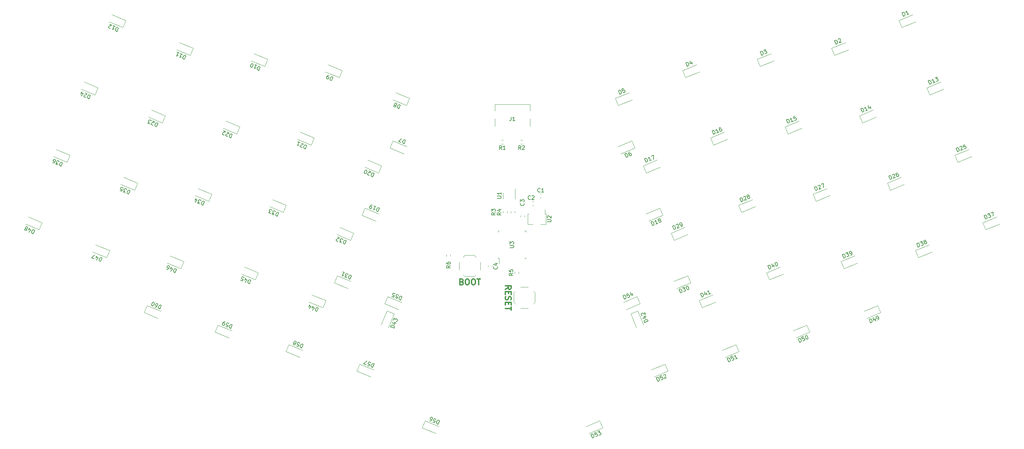
<source format=gbr>
%TF.GenerationSoftware,KiCad,Pcbnew,(6.0.0)*%
%TF.CreationDate,2022-02-26T13:13:24+01:00*%
%TF.ProjectId,main,6d61696e-2e6b-4696-9361-645f70636258,rev?*%
%TF.SameCoordinates,Original*%
%TF.FileFunction,Legend,Top*%
%TF.FilePolarity,Positive*%
%FSLAX46Y46*%
G04 Gerber Fmt 4.6, Leading zero omitted, Abs format (unit mm)*
G04 Created by KiCad (PCBNEW (6.0.0)) date 2022-02-26 13:13:24*
%MOMM*%
%LPD*%
G01*
G04 APERTURE LIST*
%ADD10C,0.300000*%
%ADD11C,0.150000*%
%ADD12C,0.120000*%
G04 APERTURE END LIST*
D10*
X-200178571Y-73821428D02*
X-199464285Y-73321428D01*
X-200178571Y-72964285D02*
X-198678571Y-72964285D01*
X-198678571Y-73535714D01*
X-198750000Y-73678571D01*
X-198821428Y-73750000D01*
X-198964285Y-73821428D01*
X-199178571Y-73821428D01*
X-199321428Y-73750000D01*
X-199392857Y-73678571D01*
X-199464285Y-73535714D01*
X-199464285Y-72964285D01*
X-199392857Y-74464285D02*
X-199392857Y-74964285D01*
X-200178571Y-75178571D02*
X-200178571Y-74464285D01*
X-198678571Y-74464285D01*
X-198678571Y-75178571D01*
X-200107142Y-75750000D02*
X-200178571Y-75964285D01*
X-200178571Y-76321428D01*
X-200107142Y-76464285D01*
X-200035714Y-76535714D01*
X-199892857Y-76607142D01*
X-199750000Y-76607142D01*
X-199607142Y-76535714D01*
X-199535714Y-76464285D01*
X-199464285Y-76321428D01*
X-199392857Y-76035714D01*
X-199321428Y-75892857D01*
X-199250000Y-75821428D01*
X-199107142Y-75750000D01*
X-198964285Y-75750000D01*
X-198821428Y-75821428D01*
X-198750000Y-75892857D01*
X-198678571Y-76035714D01*
X-198678571Y-76392857D01*
X-198750000Y-76607142D01*
X-199392857Y-77250000D02*
X-199392857Y-77750000D01*
X-200178571Y-77964285D02*
X-200178571Y-77250000D01*
X-198678571Y-77250000D01*
X-198678571Y-77964285D01*
X-198678571Y-78392857D02*
X-198678571Y-79250000D01*
X-200178571Y-78821428D02*
X-198678571Y-78821428D01*
X-211535714Y-71892857D02*
X-211321428Y-71964285D01*
X-211250000Y-72035714D01*
X-211178571Y-72178571D01*
X-211178571Y-72392857D01*
X-211250000Y-72535714D01*
X-211321428Y-72607142D01*
X-211464285Y-72678571D01*
X-212035714Y-72678571D01*
X-212035714Y-71178571D01*
X-211535714Y-71178571D01*
X-211392857Y-71250000D01*
X-211321428Y-71321428D01*
X-211250000Y-71464285D01*
X-211250000Y-71607142D01*
X-211321428Y-71750000D01*
X-211392857Y-71821428D01*
X-211535714Y-71892857D01*
X-212035714Y-71892857D01*
X-210250000Y-71178571D02*
X-209964285Y-71178571D01*
X-209821428Y-71250000D01*
X-209678571Y-71392857D01*
X-209607142Y-71678571D01*
X-209607142Y-72178571D01*
X-209678571Y-72464285D01*
X-209821428Y-72607142D01*
X-209964285Y-72678571D01*
X-210250000Y-72678571D01*
X-210392857Y-72607142D01*
X-210535714Y-72464285D01*
X-210607142Y-72178571D01*
X-210607142Y-71678571D01*
X-210535714Y-71392857D01*
X-210392857Y-71250000D01*
X-210250000Y-71178571D01*
X-208678571Y-71178571D02*
X-208392857Y-71178571D01*
X-208250000Y-71250000D01*
X-208107142Y-71392857D01*
X-208035714Y-71678571D01*
X-208035714Y-72178571D01*
X-208107142Y-72464285D01*
X-208250000Y-72607142D01*
X-208392857Y-72678571D01*
X-208678571Y-72678571D01*
X-208821428Y-72607142D01*
X-208964285Y-72464285D01*
X-209035714Y-72178571D01*
X-209035714Y-71678571D01*
X-208964285Y-71392857D01*
X-208821428Y-71250000D01*
X-208678571Y-71178571D01*
X-207607142Y-71178571D02*
X-206750000Y-71178571D01*
X-207178571Y-72678571D02*
X-207178571Y-71178571D01*
D11*
%TO.C,D44*%
X-248908845Y-78732083D02*
X-249291529Y-79655963D01*
X-249511500Y-79564847D01*
X-249625260Y-79466184D01*
X-249676802Y-79341750D01*
X-249684350Y-79235538D01*
X-249655452Y-79041338D01*
X-249600783Y-78909355D01*
X-249483897Y-78751601D01*
X-249403457Y-78681836D01*
X-249279022Y-78630293D01*
X-249128816Y-78640968D01*
X-248908845Y-78732083D01*
X-250483795Y-78801312D02*
X-250228673Y-78185392D01*
X-250409608Y-79244381D02*
X-249916291Y-78675582D01*
X-250488217Y-78438683D01*
X-251363681Y-78436852D02*
X-251108558Y-77820932D01*
X-251289493Y-78879921D02*
X-250796177Y-78311122D01*
X-251368102Y-78074223D01*
%TO.C,D48*%
X-322759183Y-58424999D02*
X-323141867Y-59348879D01*
X-323361838Y-59257763D01*
X-323475598Y-59159100D01*
X-323527140Y-59034666D01*
X-323534688Y-58928454D01*
X-323505790Y-58734254D01*
X-323451121Y-58602271D01*
X-323334235Y-58444517D01*
X-323253795Y-58374752D01*
X-323129360Y-58323209D01*
X-322979154Y-58333884D01*
X-322759183Y-58424999D01*
X-324334133Y-58494228D02*
X-324079011Y-57878308D01*
X-324259946Y-58937297D02*
X-323766629Y-58368498D01*
X-324338555Y-58131599D01*
X-324913607Y-58151117D02*
X-324843841Y-58231558D01*
X-324818070Y-58293775D01*
X-324810522Y-58399986D01*
X-324828745Y-58443981D01*
X-324909185Y-58513746D01*
X-324971403Y-58539517D01*
X-325077614Y-58547066D01*
X-325253591Y-58474174D01*
X-325323357Y-58393733D01*
X-325349128Y-58331516D01*
X-325356676Y-58225304D01*
X-325338453Y-58181310D01*
X-325258013Y-58111545D01*
X-325195796Y-58085773D01*
X-325089584Y-58078225D01*
X-324913607Y-58151117D01*
X-324807395Y-58143569D01*
X-324745178Y-58117798D01*
X-324664738Y-58048032D01*
X-324591846Y-57872055D01*
X-324599394Y-57765844D01*
X-324625165Y-57703626D01*
X-324694931Y-57623186D01*
X-324870908Y-57550294D01*
X-324977119Y-57557842D01*
X-325039337Y-57583613D01*
X-325119777Y-57653379D01*
X-325192669Y-57829356D01*
X-325185121Y-57935568D01*
X-325159349Y-57997785D01*
X-325089584Y-58078225D01*
%TO.C,D4*%
X-152844952Y-15758109D02*
X-153227635Y-14834229D01*
X-153007664Y-14743114D01*
X-152857458Y-14732439D01*
X-152733024Y-14783982D01*
X-152652583Y-14853747D01*
X-152535697Y-15011501D01*
X-152481028Y-15143484D01*
X-152452130Y-15337684D01*
X-152459678Y-15443896D01*
X-152511221Y-15568330D01*
X-152624981Y-15666994D01*
X-152844952Y-15758109D01*
X-151780246Y-14595499D02*
X-151525124Y-15211418D01*
X-152146002Y-14334660D02*
X-152092628Y-15085689D01*
X-151520702Y-14848789D01*
%TO.C,D38*%
X-92729026Y-62836356D02*
X-93111709Y-61912476D01*
X-92891738Y-61821361D01*
X-92741532Y-61810687D01*
X-92617097Y-61862229D01*
X-92536657Y-61931995D01*
X-92419771Y-62089749D01*
X-92365102Y-62221731D01*
X-92336204Y-62415931D01*
X-92343752Y-62522143D01*
X-92395294Y-62646578D01*
X-92509054Y-62745241D01*
X-92729026Y-62836356D01*
X-92275818Y-61566239D02*
X-91703893Y-61329340D01*
X-91866068Y-61808855D01*
X-91734085Y-61754186D01*
X-91627874Y-61761734D01*
X-91565657Y-61787505D01*
X-91485216Y-61857271D01*
X-91394101Y-62077242D01*
X-91401649Y-62183454D01*
X-91427421Y-62245671D01*
X-91497186Y-62326111D01*
X-91761152Y-62435450D01*
X-91867363Y-62427901D01*
X-91929581Y-62402130D01*
X-91011954Y-61506612D02*
X-91118166Y-61499064D01*
X-91180383Y-61473292D01*
X-91260823Y-61403527D01*
X-91279046Y-61359533D01*
X-91271498Y-61253321D01*
X-91245727Y-61191104D01*
X-91175961Y-61110664D01*
X-90999984Y-61037772D01*
X-90893773Y-61045320D01*
X-90831555Y-61071091D01*
X-90751115Y-61140856D01*
X-90732892Y-61184851D01*
X-90740440Y-61291062D01*
X-90766212Y-61353280D01*
X-90835977Y-61433720D01*
X-91011954Y-61506612D01*
X-91081720Y-61587052D01*
X-91107491Y-61649270D01*
X-91115039Y-61755481D01*
X-91042147Y-61931458D01*
X-90961707Y-62001224D01*
X-90899489Y-62026995D01*
X-90793278Y-62034543D01*
X-90617301Y-61961651D01*
X-90547535Y-61881211D01*
X-90521764Y-61818993D01*
X-90514216Y-61712782D01*
X-90587108Y-61536805D01*
X-90667548Y-61467039D01*
X-90729766Y-61441268D01*
X-90835977Y-61433720D01*
%TO.C,D6*%
X-168711526Y-39513343D02*
X-169094209Y-38589463D01*
X-168874238Y-38498348D01*
X-168724032Y-38487673D01*
X-168599598Y-38539216D01*
X-168519157Y-38608981D01*
X-168402271Y-38766735D01*
X-168347602Y-38898718D01*
X-168318704Y-39092918D01*
X-168326252Y-39199130D01*
X-168377795Y-39323564D01*
X-168491555Y-39422228D01*
X-168711526Y-39513343D01*
X-167774381Y-38042773D02*
X-167950358Y-38115665D01*
X-168020124Y-38196105D01*
X-168045895Y-38258322D01*
X-168079215Y-38426751D01*
X-168050317Y-38620951D01*
X-167904533Y-38972905D01*
X-167824092Y-39042671D01*
X-167761875Y-39068442D01*
X-167655664Y-39075990D01*
X-167479687Y-39003098D01*
X-167409921Y-38922658D01*
X-167384150Y-38860441D01*
X-167376602Y-38754229D01*
X-167467717Y-38534258D01*
X-167548157Y-38464492D01*
X-167610374Y-38438721D01*
X-167716586Y-38431173D01*
X-167892563Y-38504065D01*
X-167962328Y-38584505D01*
X-167988100Y-38646722D01*
X-167995648Y-38752934D01*
%TO.C,D22*%
X-271292041Y-33471119D02*
X-271674725Y-34394999D01*
X-271894696Y-34303883D01*
X-272008456Y-34205220D01*
X-272059998Y-34080786D01*
X-272067546Y-33974574D01*
X-272038648Y-33780374D01*
X-271983979Y-33648391D01*
X-271867093Y-33490637D01*
X-271786653Y-33420872D01*
X-271662218Y-33369329D01*
X-271512012Y-33380004D01*
X-271292041Y-33471119D01*
X-272518164Y-33942550D02*
X-272580381Y-33968321D01*
X-272686593Y-33975869D01*
X-272906564Y-33884754D01*
X-272976329Y-33804314D01*
X-273002101Y-33742096D01*
X-273009649Y-33635885D01*
X-272973203Y-33547896D01*
X-272874540Y-33434137D01*
X-272127932Y-33124882D01*
X-272699858Y-32887982D01*
X-273398049Y-33578089D02*
X-273460266Y-33603860D01*
X-273566478Y-33611409D01*
X-273786449Y-33520294D01*
X-273856215Y-33439853D01*
X-273881986Y-33377636D01*
X-273889534Y-33271424D01*
X-273853088Y-33183436D01*
X-273754425Y-33069676D01*
X-273007817Y-32760421D01*
X-273579743Y-32523522D01*
%TO.C,D39*%
X-112100483Y-65718915D02*
X-112483166Y-64795035D01*
X-112263195Y-64703920D01*
X-112112989Y-64693246D01*
X-111988554Y-64744788D01*
X-111908114Y-64814554D01*
X-111791228Y-64972308D01*
X-111736559Y-65104290D01*
X-111707661Y-65298490D01*
X-111715209Y-65404702D01*
X-111766751Y-65529137D01*
X-111880511Y-65627800D01*
X-112100483Y-65718915D01*
X-111647275Y-64448798D02*
X-111075350Y-64211899D01*
X-111237525Y-64691414D01*
X-111105542Y-64636745D01*
X-110999331Y-64644293D01*
X-110937114Y-64670064D01*
X-110856673Y-64739830D01*
X-110765558Y-64959801D01*
X-110773106Y-65066013D01*
X-110798878Y-65128230D01*
X-110868643Y-65208670D01*
X-111132609Y-65318009D01*
X-111238820Y-65310460D01*
X-111301038Y-65284689D01*
X-110252723Y-64953548D02*
X-110076746Y-64880656D01*
X-110006981Y-64800216D01*
X-109981210Y-64737998D01*
X-109947890Y-64569570D01*
X-109976788Y-64375370D01*
X-110122572Y-64023415D01*
X-110203012Y-63953650D01*
X-110265230Y-63927879D01*
X-110371441Y-63920331D01*
X-110547418Y-63993223D01*
X-110617184Y-64073663D01*
X-110642955Y-64135880D01*
X-110650503Y-64242092D01*
X-110559388Y-64462063D01*
X-110478948Y-64531829D01*
X-110416731Y-64557600D01*
X-110310519Y-64565148D01*
X-110134542Y-64492256D01*
X-110064777Y-64411816D01*
X-110039005Y-64349598D01*
X-110031457Y-64243387D01*
%TO.C,D37*%
X-75175314Y-55565371D02*
X-75557997Y-54641491D01*
X-75338026Y-54550376D01*
X-75187820Y-54539702D01*
X-75063385Y-54591244D01*
X-74982945Y-54661010D01*
X-74866059Y-54818764D01*
X-74811390Y-54950746D01*
X-74782492Y-55144946D01*
X-74790040Y-55251158D01*
X-74841582Y-55375593D01*
X-74955342Y-55474256D01*
X-75175314Y-55565371D01*
X-74722106Y-54295254D02*
X-74150181Y-54058355D01*
X-74312356Y-54537870D01*
X-74180373Y-54483201D01*
X-74074162Y-54490749D01*
X-74011945Y-54516520D01*
X-73931504Y-54586286D01*
X-73840389Y-54806257D01*
X-73847937Y-54912469D01*
X-73873709Y-54974686D01*
X-73943474Y-55055126D01*
X-74207440Y-55164465D01*
X-74313651Y-55156916D01*
X-74375869Y-55131145D01*
X-73842221Y-53930794D02*
X-73226301Y-53675671D01*
X-73239566Y-54763558D01*
%TO.C,D21*%
X-251920584Y-36353676D02*
X-252303268Y-37277556D01*
X-252523239Y-37186440D01*
X-252636999Y-37087777D01*
X-252688541Y-36963343D01*
X-252696089Y-36857131D01*
X-252667191Y-36662931D01*
X-252612522Y-36530948D01*
X-252495636Y-36373194D01*
X-252415196Y-36303429D01*
X-252290761Y-36251886D01*
X-252140555Y-36262561D01*
X-251920584Y-36353676D01*
X-253146707Y-36825107D02*
X-253208924Y-36850878D01*
X-253315136Y-36858426D01*
X-253535107Y-36767311D01*
X-253604872Y-36686871D01*
X-253630644Y-36624653D01*
X-253638192Y-36518442D01*
X-253601746Y-36430453D01*
X-253503083Y-36316694D01*
X-252756475Y-36007439D01*
X-253328401Y-35770539D01*
X-254208286Y-35406079D02*
X-253680355Y-35624755D01*
X-253944320Y-35515417D02*
X-254327004Y-36439297D01*
X-254184346Y-36343760D01*
X-254059911Y-36292217D01*
X-253953700Y-36284669D01*
%TO.C,D52*%
X-160504264Y-97810030D02*
X-160886947Y-96886150D01*
X-160666976Y-96795035D01*
X-160516770Y-96784361D01*
X-160392335Y-96835903D01*
X-160311895Y-96905669D01*
X-160195009Y-97063423D01*
X-160140340Y-97195405D01*
X-160111442Y-97389605D01*
X-160118990Y-97495817D01*
X-160170532Y-97620252D01*
X-160284292Y-97718915D01*
X-160504264Y-97810030D01*
X-159523125Y-96321237D02*
X-159963067Y-96503467D01*
X-159824831Y-96961633D01*
X-159799060Y-96899415D01*
X-159729295Y-96818975D01*
X-159509323Y-96727860D01*
X-159403112Y-96735408D01*
X-159340895Y-96761179D01*
X-159260454Y-96830945D01*
X-159169339Y-97050916D01*
X-159176887Y-97157128D01*
X-159202659Y-97219345D01*
X-159272424Y-97299785D01*
X-159492395Y-97390901D01*
X-159598607Y-97383352D01*
X-159660824Y-97357581D01*
X-159090730Y-96245218D02*
X-159064959Y-96183001D01*
X-158995194Y-96102561D01*
X-158775222Y-96011446D01*
X-158669011Y-96018994D01*
X-158606793Y-96044765D01*
X-158526353Y-96114530D01*
X-158489907Y-96202519D01*
X-158479232Y-96352725D01*
X-158788487Y-97099332D01*
X-158216562Y-96862433D01*
%TO.C,D16*%
X-146013912Y-33494049D02*
X-146396595Y-32570169D01*
X-146176624Y-32479054D01*
X-146026418Y-32468380D01*
X-145901983Y-32519922D01*
X-145821543Y-32589688D01*
X-145704657Y-32747442D01*
X-145649988Y-32879424D01*
X-145621090Y-33073624D01*
X-145628638Y-33179836D01*
X-145680180Y-33304271D01*
X-145793940Y-33402934D01*
X-146013912Y-33494049D01*
X-144606095Y-32910912D02*
X-145134026Y-33129589D01*
X-144870061Y-33020250D02*
X-145252744Y-32096371D01*
X-145286064Y-32264800D01*
X-145337606Y-32389234D01*
X-145407372Y-32469675D01*
X-144196882Y-31659018D02*
X-144372859Y-31731911D01*
X-144442624Y-31812351D01*
X-144468396Y-31874568D01*
X-144501715Y-32042997D01*
X-144472817Y-32237197D01*
X-144327033Y-32589151D01*
X-144246593Y-32658917D01*
X-144184375Y-32684688D01*
X-144078164Y-32692236D01*
X-143902187Y-32619344D01*
X-143832421Y-32538904D01*
X-143806650Y-32476686D01*
X-143799102Y-32370475D01*
X-143890217Y-32150504D01*
X-143970657Y-32080738D01*
X-144032875Y-32054967D01*
X-144139086Y-32047419D01*
X-144315063Y-32120311D01*
X-144384829Y-32200751D01*
X-144410600Y-32262968D01*
X-144418148Y-32369180D01*
%TO.C,C2*%
X-193666666Y-50357142D02*
X-193714285Y-50404761D01*
X-193857142Y-50452380D01*
X-193952380Y-50452380D01*
X-194095238Y-50404761D01*
X-194190476Y-50309523D01*
X-194238095Y-50214285D01*
X-194285714Y-50023809D01*
X-194285714Y-49880952D01*
X-194238095Y-49690476D01*
X-194190476Y-49595238D01*
X-194095238Y-49500000D01*
X-193952380Y-49452380D01*
X-193857142Y-49452380D01*
X-193714285Y-49500000D01*
X-193666666Y-49547619D01*
X-193285714Y-49547619D02*
X-193238095Y-49500000D01*
X-193142857Y-49452380D01*
X-192904761Y-49452380D01*
X-192809523Y-49500000D01*
X-192761904Y-49547619D01*
X-192714285Y-49642857D01*
X-192714285Y-49738095D01*
X-192761904Y-49880952D01*
X-193333333Y-50452380D01*
X-192714285Y-50452380D01*
%TO.C,D30*%
X-154609499Y-74802996D02*
X-154992182Y-73879116D01*
X-154772211Y-73788001D01*
X-154622005Y-73777327D01*
X-154497570Y-73828869D01*
X-154417130Y-73898635D01*
X-154300244Y-74056389D01*
X-154245575Y-74188371D01*
X-154216677Y-74382571D01*
X-154224225Y-74488783D01*
X-154275767Y-74613218D01*
X-154389527Y-74711881D01*
X-154609499Y-74802996D01*
X-154156291Y-73532879D02*
X-153584366Y-73295980D01*
X-153746541Y-73775495D01*
X-153614558Y-73720826D01*
X-153508347Y-73728374D01*
X-153446130Y-73754145D01*
X-153365689Y-73823911D01*
X-153274574Y-74043882D01*
X-153282122Y-74150094D01*
X-153307894Y-74212311D01*
X-153377659Y-74292751D01*
X-153641625Y-74402090D01*
X-153747836Y-74394541D01*
X-153810054Y-74368770D01*
X-153012440Y-73059081D02*
X-152924452Y-73022635D01*
X-152818240Y-73030183D01*
X-152756023Y-73055954D01*
X-152675582Y-73125719D01*
X-152558696Y-73283474D01*
X-152467581Y-73503445D01*
X-152438683Y-73697645D01*
X-152446231Y-73803856D01*
X-152472003Y-73866074D01*
X-152541768Y-73946514D01*
X-152629757Y-73982960D01*
X-152735968Y-73975412D01*
X-152798185Y-73949641D01*
X-152878626Y-73879875D01*
X-152995512Y-73722121D01*
X-153086627Y-73502150D01*
X-153115525Y-73307950D01*
X-153107977Y-73201738D01*
X-153082206Y-73139521D01*
X-153012440Y-73059081D01*
%TO.C,D51*%
X-142041212Y-92733174D02*
X-142423895Y-91809294D01*
X-142203924Y-91718179D01*
X-142053718Y-91707505D01*
X-141929283Y-91759047D01*
X-141848843Y-91828813D01*
X-141731957Y-91986567D01*
X-141677288Y-92118549D01*
X-141648390Y-92312749D01*
X-141655938Y-92418961D01*
X-141707480Y-92543396D01*
X-141821240Y-92642059D01*
X-142041212Y-92733174D01*
X-141060073Y-91244381D02*
X-141500015Y-91426611D01*
X-141361779Y-91884777D01*
X-141336008Y-91822559D01*
X-141266243Y-91742119D01*
X-141046271Y-91651004D01*
X-140940060Y-91658552D01*
X-140877843Y-91684323D01*
X-140797402Y-91754089D01*
X-140706287Y-91974060D01*
X-140713835Y-92080272D01*
X-140739607Y-92142489D01*
X-140809372Y-92222929D01*
X-141029343Y-92314045D01*
X-141135555Y-92306496D01*
X-141197772Y-92280725D01*
X-139753510Y-91785577D02*
X-140281441Y-92004253D01*
X-140017475Y-91894915D02*
X-140400159Y-90971036D01*
X-140433478Y-91139464D01*
X-140485021Y-91263899D01*
X-140554786Y-91344339D01*
%TO.C,D55*%
X-227098246Y-75724825D02*
X-227480930Y-76648705D01*
X-227700901Y-76557589D01*
X-227814661Y-76458926D01*
X-227866203Y-76334492D01*
X-227873751Y-76228280D01*
X-227844853Y-76034080D01*
X-227790184Y-75902097D01*
X-227673298Y-75744343D01*
X-227592858Y-75674578D01*
X-227468423Y-75623035D01*
X-227318217Y-75633710D01*
X-227098246Y-75724825D01*
X-228844752Y-76083791D02*
X-228404809Y-76266021D01*
X-228178585Y-75844302D01*
X-228240802Y-75870073D01*
X-228347013Y-75877621D01*
X-228566985Y-75786506D01*
X-228636750Y-75706066D01*
X-228662521Y-75643848D01*
X-228670070Y-75537637D01*
X-228578955Y-75317665D01*
X-228498514Y-75247900D01*
X-228436297Y-75222129D01*
X-228330085Y-75214580D01*
X-228110114Y-75305696D01*
X-228040349Y-75386136D01*
X-228014577Y-75448353D01*
X-229724637Y-75719331D02*
X-229284694Y-75901561D01*
X-229058470Y-75479841D01*
X-229120687Y-75505612D01*
X-229226899Y-75513161D01*
X-229446870Y-75422045D01*
X-229516636Y-75341605D01*
X-229542407Y-75279388D01*
X-229549955Y-75173176D01*
X-229458840Y-74953205D01*
X-229378400Y-74883439D01*
X-229316182Y-74857668D01*
X-229209971Y-74850120D01*
X-228989999Y-74941235D01*
X-228920234Y-75021675D01*
X-228894463Y-75083893D01*
%TO.C,R6*%
X-214547619Y-67666666D02*
X-215023809Y-68000000D01*
X-214547619Y-68238095D02*
X-215547619Y-68238095D01*
X-215547619Y-67857142D01*
X-215500000Y-67761904D01*
X-215452380Y-67714285D01*
X-215357142Y-67666666D01*
X-215214285Y-67666666D01*
X-215119047Y-67714285D01*
X-215071428Y-67761904D01*
X-215023809Y-67857142D01*
X-215023809Y-68238095D01*
X-215547619Y-66809523D02*
X-215547619Y-67000000D01*
X-215500000Y-67095238D01*
X-215452380Y-67142857D01*
X-215309523Y-67238095D01*
X-215119047Y-67285714D01*
X-214738095Y-67285714D01*
X-214642857Y-67238095D01*
X-214595238Y-67190476D01*
X-214547619Y-67095238D01*
X-214547619Y-66904761D01*
X-214595238Y-66809523D01*
X-214642857Y-66761904D01*
X-214738095Y-66714285D01*
X-214976190Y-66714285D01*
X-215071428Y-66761904D01*
X-215119047Y-66809523D01*
X-215166666Y-66904761D01*
X-215166666Y-67095238D01*
X-215119047Y-67190476D01*
X-215071428Y-67238095D01*
X-214976190Y-67285714D01*
%TO.C,D2*%
X-114102039Y-9992994D02*
X-114484722Y-9069114D01*
X-114264751Y-8977999D01*
X-114114545Y-8967324D01*
X-113990111Y-9018867D01*
X-113909670Y-9088632D01*
X-113792784Y-9246386D01*
X-113738115Y-9378369D01*
X-113709217Y-9572569D01*
X-113716765Y-9678781D01*
X-113768308Y-9803215D01*
X-113882068Y-9901879D01*
X-114102039Y-9992994D01*
X-113568391Y-8792642D02*
X-113542620Y-8730425D01*
X-113472854Y-8649985D01*
X-113252883Y-8558870D01*
X-113146671Y-8566418D01*
X-113084454Y-8592189D01*
X-113004014Y-8661955D01*
X-112967568Y-8749943D01*
X-112956893Y-8900149D01*
X-113266148Y-9646756D01*
X-112694222Y-9409857D01*
%TO.C,D3*%
X-133473495Y-12875552D02*
X-133856178Y-11951672D01*
X-133636207Y-11860557D01*
X-133486001Y-11849882D01*
X-133361567Y-11901425D01*
X-133281126Y-11971190D01*
X-133164240Y-12128944D01*
X-133109571Y-12260927D01*
X-133080673Y-12455127D01*
X-133088221Y-12561339D01*
X-133139764Y-12685773D01*
X-133253524Y-12784437D01*
X-133473495Y-12875552D01*
X-133020287Y-11605435D02*
X-132448362Y-11368536D01*
X-132610538Y-11848051D01*
X-132478555Y-11793382D01*
X-132372343Y-11800930D01*
X-132310126Y-11826701D01*
X-132229686Y-11896467D01*
X-132138571Y-12116438D01*
X-132146119Y-12222650D01*
X-132171890Y-12284867D01*
X-132241656Y-12365307D01*
X-132505621Y-12474645D01*
X-132611833Y-12467097D01*
X-132674050Y-12441326D01*
%TO.C,D5*%
X-170398664Y-23029093D02*
X-170781347Y-22105213D01*
X-170561376Y-22014098D01*
X-170411170Y-22003423D01*
X-170286736Y-22054966D01*
X-170206295Y-22124731D01*
X-170089409Y-22282485D01*
X-170034740Y-22414468D01*
X-170005842Y-22608668D01*
X-170013390Y-22714880D01*
X-170064933Y-22839314D01*
X-170178693Y-22937978D01*
X-170398664Y-23029093D01*
X-169417525Y-21540300D02*
X-169857468Y-21722530D01*
X-169719232Y-22180696D01*
X-169693461Y-22118478D01*
X-169623695Y-22038038D01*
X-169403724Y-21946923D01*
X-169297512Y-21954471D01*
X-169235295Y-21980242D01*
X-169154855Y-22050008D01*
X-169063740Y-22269979D01*
X-169071288Y-22376191D01*
X-169097059Y-22438408D01*
X-169166825Y-22518848D01*
X-169386796Y-22609963D01*
X-169493007Y-22602415D01*
X-169555225Y-22576644D01*
%TO.C,D60*%
X-289756518Y-78048307D02*
X-290139202Y-78972187D01*
X-290359173Y-78881071D01*
X-290472933Y-78782408D01*
X-290524475Y-78657974D01*
X-290532023Y-78551762D01*
X-290503125Y-78357562D01*
X-290448456Y-78225579D01*
X-290331570Y-78067825D01*
X-290251130Y-77998060D01*
X-290126695Y-77946517D01*
X-289976489Y-77957192D01*
X-289756518Y-78048307D01*
X-291459029Y-78425496D02*
X-291283052Y-78498388D01*
X-291176841Y-78490840D01*
X-291114624Y-78465069D01*
X-290971966Y-78369532D01*
X-290855080Y-78211778D01*
X-290709295Y-77859824D01*
X-290716844Y-77753612D01*
X-290742615Y-77691395D01*
X-290812380Y-77610955D01*
X-290988357Y-77538062D01*
X-291094569Y-77545611D01*
X-291156786Y-77571382D01*
X-291237227Y-77641147D01*
X-291328342Y-77861119D01*
X-291320793Y-77967330D01*
X-291295022Y-78029548D01*
X-291225257Y-78109988D01*
X-291049280Y-78182880D01*
X-290943068Y-78175332D01*
X-290880851Y-78149560D01*
X-290800411Y-78079795D01*
X-292118943Y-78152151D02*
X-292206932Y-78115705D01*
X-292276697Y-78035264D01*
X-292302469Y-77973047D01*
X-292310017Y-77866835D01*
X-292281119Y-77672635D01*
X-292190004Y-77452664D01*
X-292073118Y-77294910D01*
X-291992677Y-77225145D01*
X-291930460Y-77199373D01*
X-291824248Y-77191825D01*
X-291736260Y-77228271D01*
X-291666494Y-77308711D01*
X-291640723Y-77370929D01*
X-291633175Y-77477140D01*
X-291662073Y-77671340D01*
X-291753188Y-77891312D01*
X-291870074Y-78049066D01*
X-291950515Y-78118831D01*
X-292012732Y-78144602D01*
X-292118943Y-78152151D01*
%TO.C,D49*%
X-105116510Y-82579716D02*
X-105499193Y-81655836D01*
X-105279222Y-81564721D01*
X-105129016Y-81554047D01*
X-105004581Y-81605589D01*
X-104924141Y-81675355D01*
X-104807255Y-81833109D01*
X-104752586Y-81965091D01*
X-104723688Y-82159291D01*
X-104731236Y-82265503D01*
X-104782778Y-82389938D01*
X-104896538Y-82488601D01*
X-105116510Y-82579716D01*
X-104051804Y-81417106D02*
X-103796682Y-82033025D01*
X-104417559Y-81156267D02*
X-104364185Y-81907296D01*
X-103792260Y-81670397D01*
X-103268750Y-81814349D02*
X-103092773Y-81741457D01*
X-103023008Y-81661017D01*
X-102997237Y-81598799D01*
X-102963917Y-81430371D01*
X-102992815Y-81236171D01*
X-103138599Y-80884216D01*
X-103219039Y-80814451D01*
X-103281257Y-80788680D01*
X-103387468Y-80781132D01*
X-103563445Y-80854024D01*
X-103633211Y-80934464D01*
X-103658982Y-80996681D01*
X-103666530Y-81102893D01*
X-103575415Y-81322864D01*
X-103494975Y-81392630D01*
X-103432758Y-81418401D01*
X-103326546Y-81425949D01*
X-103150569Y-81353057D01*
X-103080804Y-81272617D01*
X-103055032Y-81210399D01*
X-103047484Y-81104188D01*
%TO.C,R3*%
X-202797619Y-53916666D02*
X-203273809Y-54250000D01*
X-202797619Y-54488095D02*
X-203797619Y-54488095D01*
X-203797619Y-54107142D01*
X-203750000Y-54011904D01*
X-203702380Y-53964285D01*
X-203607142Y-53916666D01*
X-203464285Y-53916666D01*
X-203369047Y-53964285D01*
X-203321428Y-54011904D01*
X-203273809Y-54107142D01*
X-203273809Y-54488095D01*
X-203797619Y-53583333D02*
X-203797619Y-52964285D01*
X-203416666Y-53297619D01*
X-203416666Y-53154761D01*
X-203369047Y-53059523D01*
X-203321428Y-53011904D01*
X-203226190Y-52964285D01*
X-202988095Y-52964285D01*
X-202892857Y-53011904D01*
X-202845238Y-53059523D01*
X-202797619Y-53154761D01*
X-202797619Y-53440476D01*
X-202845238Y-53535714D01*
X-202892857Y-53583333D01*
%TO.C,D54*%
X-169198735Y-76382632D02*
X-169581418Y-75458752D01*
X-169361447Y-75367637D01*
X-169211241Y-75356963D01*
X-169086806Y-75408505D01*
X-169006366Y-75478271D01*
X-168889480Y-75636025D01*
X-168834811Y-75768007D01*
X-168805913Y-75962207D01*
X-168813461Y-76068419D01*
X-168865003Y-76192854D01*
X-168978763Y-76291517D01*
X-169198735Y-76382632D01*
X-168217596Y-74893839D02*
X-168657538Y-75076069D01*
X-168519302Y-75534235D01*
X-168493531Y-75472017D01*
X-168423766Y-75391577D01*
X-168203794Y-75300462D01*
X-168097583Y-75308010D01*
X-168035366Y-75333781D01*
X-167954925Y-75403547D01*
X-167863810Y-75623518D01*
X-167871358Y-75729730D01*
X-167897130Y-75791947D01*
X-167966895Y-75872387D01*
X-168186866Y-75963503D01*
X-168293078Y-75955954D01*
X-168355295Y-75930183D01*
X-167254144Y-74855561D02*
X-166999021Y-75471481D01*
X-167619899Y-74594722D02*
X-167566525Y-75345751D01*
X-166994600Y-75108852D01*
%TO.C,D46*%
X-285834013Y-68578542D02*
X-286216697Y-69502422D01*
X-286436668Y-69411306D01*
X-286550428Y-69312643D01*
X-286601970Y-69188209D01*
X-286609518Y-69081997D01*
X-286580620Y-68887797D01*
X-286525951Y-68755814D01*
X-286409065Y-68598060D01*
X-286328625Y-68528295D01*
X-286204190Y-68476752D01*
X-286053984Y-68487427D01*
X-285834013Y-68578542D01*
X-287408963Y-68647771D02*
X-287153841Y-68031851D01*
X-287334776Y-69090840D02*
X-286841459Y-68522041D01*
X-287413385Y-68285142D01*
X-288416410Y-68591271D02*
X-288240433Y-68664163D01*
X-288134221Y-68656614D01*
X-288072004Y-68630843D01*
X-287929346Y-68535306D01*
X-287812460Y-68377552D01*
X-287666676Y-68025598D01*
X-287674224Y-67919387D01*
X-287699995Y-67857169D01*
X-287769761Y-67776729D01*
X-287945738Y-67703837D01*
X-288051949Y-67711385D01*
X-288114167Y-67737156D01*
X-288194607Y-67806922D01*
X-288285722Y-68026893D01*
X-288278174Y-68133105D01*
X-288252403Y-68195322D01*
X-288182637Y-68275762D01*
X-288006660Y-68348655D01*
X-287900448Y-68341106D01*
X-287838231Y-68315335D01*
X-287757791Y-68245570D01*
%TO.C,D43*%
X-229175314Y-83974610D02*
X-230099194Y-83591926D01*
X-230008078Y-83371955D01*
X-229909415Y-83258195D01*
X-229784981Y-83206653D01*
X-229678769Y-83199105D01*
X-229484569Y-83228003D01*
X-229352586Y-83282672D01*
X-229194832Y-83399558D01*
X-229125067Y-83479998D01*
X-229073524Y-83604433D01*
X-229084199Y-83754639D01*
X-229175314Y-83974610D01*
X-229244543Y-82399660D02*
X-228628623Y-82654782D01*
X-229687612Y-82473847D02*
X-229118813Y-82967164D01*
X-228881914Y-82395238D01*
X-229388496Y-81876150D02*
X-229151596Y-81304225D01*
X-228927204Y-81757969D01*
X-228872534Y-81625986D01*
X-228792094Y-81556220D01*
X-228729877Y-81530449D01*
X-228623665Y-81522901D01*
X-228403694Y-81614016D01*
X-228333928Y-81694456D01*
X-228308157Y-81756674D01*
X-228300609Y-81862885D01*
X-228409947Y-82126851D01*
X-228490387Y-82196616D01*
X-228552605Y-82222388D01*
%TO.C,D59*%
X-271293933Y-83125078D02*
X-271676617Y-84048958D01*
X-271896588Y-83957842D01*
X-272010348Y-83859179D01*
X-272061890Y-83734745D01*
X-272069438Y-83628533D01*
X-272040540Y-83434333D01*
X-271985871Y-83302350D01*
X-271868985Y-83144596D01*
X-271788545Y-83074831D01*
X-271664110Y-83023288D01*
X-271513904Y-83033963D01*
X-271293933Y-83125078D01*
X-273040439Y-83484044D02*
X-272600496Y-83666274D01*
X-272374272Y-83244555D01*
X-272436489Y-83270326D01*
X-272542700Y-83277874D01*
X-272762672Y-83186759D01*
X-272832437Y-83106319D01*
X-272858208Y-83044101D01*
X-272865757Y-82937890D01*
X-272774642Y-82717918D01*
X-272694201Y-82648153D01*
X-272631984Y-82622382D01*
X-272525772Y-82614833D01*
X-272305801Y-82705949D01*
X-272236036Y-82786389D01*
X-272210264Y-82848606D01*
X-273141692Y-82359711D02*
X-273317669Y-82286819D01*
X-273423881Y-82294367D01*
X-273486098Y-82320139D01*
X-273628756Y-82415675D01*
X-273745642Y-82573429D01*
X-273891426Y-82925383D01*
X-273883878Y-83031595D01*
X-273858107Y-83093812D01*
X-273788341Y-83174253D01*
X-273612364Y-83247145D01*
X-273506153Y-83239596D01*
X-273443935Y-83213825D01*
X-273363495Y-83144060D01*
X-273272380Y-82924088D01*
X-273279928Y-82817877D01*
X-273305699Y-82755660D01*
X-273375465Y-82675219D01*
X-273551442Y-82602327D01*
X-273657653Y-82609875D01*
X-273719871Y-82635647D01*
X-273800311Y-82705412D01*
%TO.C,D36*%
X-315488196Y-40871287D02*
X-315870880Y-41795167D01*
X-316090851Y-41704051D01*
X-316204611Y-41605388D01*
X-316256153Y-41480954D01*
X-316263701Y-41374742D01*
X-316234803Y-41180542D01*
X-316180134Y-41048559D01*
X-316063248Y-40890805D01*
X-315982808Y-40821040D01*
X-315858373Y-40769497D01*
X-315708167Y-40780172D01*
X-315488196Y-40871287D01*
X-316706771Y-41448929D02*
X-317278696Y-41212030D01*
X-316824952Y-40987637D01*
X-316956935Y-40932968D01*
X-317026700Y-40852528D01*
X-317052471Y-40790310D01*
X-317060020Y-40684099D01*
X-316968905Y-40464127D01*
X-316888464Y-40394362D01*
X-316826247Y-40368591D01*
X-316720035Y-40361042D01*
X-316456070Y-40470381D01*
X-316386304Y-40550821D01*
X-316360533Y-40613038D01*
X-318070593Y-40884016D02*
X-317894616Y-40956908D01*
X-317788404Y-40949359D01*
X-317726187Y-40923588D01*
X-317583529Y-40828051D01*
X-317466643Y-40670297D01*
X-317320859Y-40318343D01*
X-317328407Y-40212132D01*
X-317354178Y-40149914D01*
X-317423944Y-40069474D01*
X-317599921Y-39996582D01*
X-317706132Y-40004130D01*
X-317768350Y-40029901D01*
X-317848790Y-40099667D01*
X-317939905Y-40319638D01*
X-317932357Y-40425850D01*
X-317906586Y-40488067D01*
X-317836820Y-40568507D01*
X-317660843Y-40641400D01*
X-317554631Y-40633851D01*
X-317492414Y-40608080D01*
X-317411974Y-40538315D01*
%TO.C,C3*%
X-195392857Y-51416666D02*
X-195345238Y-51464285D01*
X-195297619Y-51607142D01*
X-195297619Y-51702380D01*
X-195345238Y-51845238D01*
X-195440476Y-51940476D01*
X-195535714Y-51988095D01*
X-195726190Y-52035714D01*
X-195869047Y-52035714D01*
X-196059523Y-51988095D01*
X-196154761Y-51940476D01*
X-196250000Y-51845238D01*
X-196297619Y-51702380D01*
X-196297619Y-51607142D01*
X-196250000Y-51464285D01*
X-196202380Y-51416666D01*
X-196297619Y-51083333D02*
X-196297619Y-50464285D01*
X-195916666Y-50797619D01*
X-195916666Y-50654761D01*
X-195869047Y-50559523D01*
X-195821428Y-50511904D01*
X-195726190Y-50464285D01*
X-195488095Y-50464285D01*
X-195392857Y-50511904D01*
X-195345238Y-50559523D01*
X-195297619Y-50654761D01*
X-195297619Y-50940476D01*
X-195345238Y-51035714D01*
X-195392857Y-51083333D01*
%TO.C,D1*%
X-96548328Y-2722008D02*
X-96931011Y-1798128D01*
X-96711040Y-1707013D01*
X-96560834Y-1696338D01*
X-96436400Y-1747881D01*
X-96355959Y-1817646D01*
X-96239073Y-1975400D01*
X-96184404Y-2107383D01*
X-96155506Y-2301583D01*
X-96163054Y-2407795D01*
X-96214597Y-2532229D01*
X-96328357Y-2630893D01*
X-96548328Y-2722008D01*
X-95140511Y-2138871D02*
X-95668443Y-2357547D01*
X-95404477Y-2248209D02*
X-95787160Y-1324330D01*
X-95820480Y-1492759D01*
X-95872022Y-1617193D01*
X-95941788Y-1697633D01*
%TO.C,D19*%
X-232992544Y-52717875D02*
X-233375228Y-53641755D01*
X-233595199Y-53550639D01*
X-233708959Y-53451976D01*
X-233760501Y-53327542D01*
X-233768049Y-53221330D01*
X-233739151Y-53027130D01*
X-233684482Y-52895147D01*
X-233567596Y-52737393D01*
X-233487156Y-52667628D01*
X-233362721Y-52616085D01*
X-233212515Y-52626760D01*
X-232992544Y-52717875D01*
X-234400361Y-52134738D02*
X-233872429Y-52353415D01*
X-234136395Y-52244076D02*
X-234519078Y-53167956D01*
X-234376421Y-53072419D01*
X-234251986Y-53020877D01*
X-234145775Y-53013329D01*
X-234840303Y-51952508D02*
X-235016280Y-51879616D01*
X-235122492Y-51887164D01*
X-235184709Y-51912936D01*
X-235327367Y-52008472D01*
X-235444253Y-52166226D01*
X-235590037Y-52518180D01*
X-235582489Y-52624392D01*
X-235556718Y-52686609D01*
X-235486952Y-52767050D01*
X-235310975Y-52839942D01*
X-235204764Y-52832393D01*
X-235142546Y-52806622D01*
X-235062106Y-52736857D01*
X-234970991Y-52516885D01*
X-234978539Y-52410674D01*
X-235004310Y-52348457D01*
X-235074076Y-52268016D01*
X-235250053Y-52195124D01*
X-235356264Y-52202672D01*
X-235418482Y-52228444D01*
X-235498922Y-52298209D01*
%TO.C,R5*%
X-198227619Y-69666666D02*
X-198703809Y-70000000D01*
X-198227619Y-70238095D02*
X-199227619Y-70238095D01*
X-199227619Y-69857142D01*
X-199180000Y-69761904D01*
X-199132380Y-69714285D01*
X-199037142Y-69666666D01*
X-198894285Y-69666666D01*
X-198799047Y-69714285D01*
X-198751428Y-69761904D01*
X-198703809Y-69857142D01*
X-198703809Y-70238095D01*
X-199227619Y-68761904D02*
X-199227619Y-69238095D01*
X-198751428Y-69285714D01*
X-198799047Y-69238095D01*
X-198846666Y-69142857D01*
X-198846666Y-68904761D01*
X-198799047Y-68809523D01*
X-198751428Y-68761904D01*
X-198656190Y-68714285D01*
X-198418095Y-68714285D01*
X-198322857Y-68761904D01*
X-198275238Y-68809523D01*
X-198227619Y-68904761D01*
X-198227619Y-69142857D01*
X-198275238Y-69238095D01*
X-198322857Y-69285714D01*
%TO.C,D8*%
X-227535831Y-25888722D02*
X-227918514Y-26812601D01*
X-228138485Y-26721486D01*
X-228252245Y-26622823D01*
X-228303788Y-26498388D01*
X-228311336Y-26392177D01*
X-228282438Y-26197977D01*
X-228227769Y-26065994D01*
X-228110883Y-25908240D01*
X-228030442Y-25838474D01*
X-227906008Y-25786932D01*
X-227755802Y-25797607D01*
X-227535831Y-25888722D01*
X-228810369Y-25979300D02*
X-228740604Y-26059741D01*
X-228714833Y-26121958D01*
X-228707284Y-26228170D01*
X-228725507Y-26272164D01*
X-228805948Y-26341929D01*
X-228868165Y-26367701D01*
X-228974376Y-26375249D01*
X-229150354Y-26302357D01*
X-229220119Y-26221916D01*
X-229245890Y-26159699D01*
X-229253439Y-26053488D01*
X-229235215Y-26009493D01*
X-229154775Y-25939728D01*
X-229092558Y-25913957D01*
X-228986346Y-25906408D01*
X-228810369Y-25979300D01*
X-228704158Y-25971752D01*
X-228641940Y-25945981D01*
X-228561500Y-25876216D01*
X-228488608Y-25700238D01*
X-228496156Y-25594027D01*
X-228521928Y-25531810D01*
X-228591693Y-25451369D01*
X-228767670Y-25378477D01*
X-228873882Y-25386025D01*
X-228936099Y-25411797D01*
X-229016539Y-25481562D01*
X-229089431Y-25657539D01*
X-229081883Y-25763751D01*
X-229056112Y-25825968D01*
X-228986346Y-25906408D01*
%TO.C,D17*%
X-163567622Y-40765035D02*
X-163950305Y-39841155D01*
X-163730334Y-39750040D01*
X-163580128Y-39739366D01*
X-163455693Y-39790908D01*
X-163375253Y-39860674D01*
X-163258367Y-40018428D01*
X-163203698Y-40150410D01*
X-163174800Y-40344610D01*
X-163182348Y-40450822D01*
X-163233890Y-40575257D01*
X-163347650Y-40673920D01*
X-163567622Y-40765035D01*
X-162159805Y-40181898D02*
X-162687736Y-40400575D01*
X-162423771Y-40291236D02*
X-162806454Y-39367357D01*
X-162839774Y-39535786D01*
X-162891316Y-39660220D01*
X-162961082Y-39740661D01*
X-162234529Y-39130458D02*
X-161618609Y-38875335D01*
X-161631874Y-39963222D01*
%TO.C,D23*%
X-290663499Y-30588562D02*
X-291046183Y-31512442D01*
X-291266154Y-31421326D01*
X-291379914Y-31322663D01*
X-291431456Y-31198229D01*
X-291439004Y-31092017D01*
X-291410106Y-30897817D01*
X-291355437Y-30765834D01*
X-291238551Y-30608080D01*
X-291158111Y-30538315D01*
X-291033676Y-30486772D01*
X-290883470Y-30497447D01*
X-290663499Y-30588562D01*
X-291889622Y-31059993D02*
X-291951839Y-31085764D01*
X-292058051Y-31093312D01*
X-292278022Y-31002197D01*
X-292347787Y-30921757D01*
X-292373559Y-30859539D01*
X-292381107Y-30753328D01*
X-292344661Y-30665339D01*
X-292245998Y-30551580D01*
X-291499390Y-30242325D01*
X-292071316Y-30005425D01*
X-292761959Y-30801744D02*
X-293333884Y-30564844D01*
X-292880140Y-30340452D01*
X-293012123Y-30285782D01*
X-293081889Y-30205342D01*
X-293107660Y-30143125D01*
X-293115208Y-30036913D01*
X-293024093Y-29816942D01*
X-292943653Y-29747176D01*
X-292881435Y-29721405D01*
X-292775224Y-29713857D01*
X-292511258Y-29823195D01*
X-292441493Y-29903635D01*
X-292415721Y-29965853D01*
%TO.C,D33*%
X-259191570Y-53907387D02*
X-259574254Y-54831267D01*
X-259794225Y-54740151D01*
X-259907985Y-54641488D01*
X-259959527Y-54517054D01*
X-259967075Y-54410842D01*
X-259938177Y-54216642D01*
X-259883508Y-54084659D01*
X-259766622Y-53926905D01*
X-259686182Y-53857140D01*
X-259561747Y-53805597D01*
X-259411541Y-53816272D01*
X-259191570Y-53907387D01*
X-260410145Y-54485029D02*
X-260982070Y-54248130D01*
X-260528326Y-54023737D01*
X-260660309Y-53969068D01*
X-260730074Y-53888628D01*
X-260755845Y-53826410D01*
X-260763394Y-53720199D01*
X-260672279Y-53500227D01*
X-260591838Y-53430462D01*
X-260529621Y-53404691D01*
X-260423409Y-53397142D01*
X-260159444Y-53506481D01*
X-260089678Y-53586921D01*
X-260063907Y-53649138D01*
X-261290030Y-54120569D02*
X-261861955Y-53883669D01*
X-261408211Y-53659277D01*
X-261540194Y-53604607D01*
X-261609960Y-53524167D01*
X-261635731Y-53461950D01*
X-261643279Y-53355738D01*
X-261552164Y-53135767D01*
X-261471724Y-53066001D01*
X-261409506Y-53040230D01*
X-261303295Y-53032682D01*
X-261039329Y-53142020D01*
X-260969564Y-53222460D01*
X-260943792Y-53284678D01*
%TO.C,D42*%
X-163043276Y-82097639D02*
X-163967156Y-82480322D01*
X-164058271Y-82260351D01*
X-164068945Y-82110145D01*
X-164017403Y-81985710D01*
X-163947637Y-81905270D01*
X-163789883Y-81788384D01*
X-163657901Y-81733715D01*
X-163463701Y-81704817D01*
X-163357489Y-81712365D01*
X-163233054Y-81763907D01*
X-163134391Y-81877667D01*
X-163043276Y-82097639D01*
X-164205886Y-81032933D02*
X-163589967Y-80777811D01*
X-164466725Y-81398688D02*
X-163715696Y-81345314D01*
X-163952595Y-80773389D01*
X-164608088Y-80684105D02*
X-164670305Y-80658334D01*
X-164750745Y-80588569D01*
X-164841860Y-80368597D01*
X-164834312Y-80262386D01*
X-164808541Y-80200168D01*
X-164738776Y-80119728D01*
X-164650787Y-80083282D01*
X-164500581Y-80072607D01*
X-163753974Y-80381862D01*
X-163990873Y-79809937D01*
%TO.C,D57*%
X-234368764Y-93278621D02*
X-234751448Y-94202501D01*
X-234971419Y-94111385D01*
X-235085179Y-94012722D01*
X-235136721Y-93888288D01*
X-235144269Y-93782076D01*
X-235115371Y-93587876D01*
X-235060702Y-93455893D01*
X-234943816Y-93298139D01*
X-234863376Y-93228374D01*
X-234738941Y-93176831D01*
X-234588735Y-93187506D01*
X-234368764Y-93278621D01*
X-236115270Y-93637587D02*
X-235675327Y-93819817D01*
X-235449103Y-93398098D01*
X-235511320Y-93423869D01*
X-235617531Y-93431417D01*
X-235837503Y-93340302D01*
X-235907268Y-93259862D01*
X-235933039Y-93197644D01*
X-235940588Y-93091433D01*
X-235849473Y-92871461D01*
X-235769032Y-92801696D01*
X-235706815Y-92775925D01*
X-235600603Y-92768376D01*
X-235380632Y-92859492D01*
X-235310867Y-92939932D01*
X-235285095Y-93002149D01*
X-236467224Y-93491803D02*
X-237083143Y-93236680D01*
X-236304512Y-92476808D01*
%TO.C,C1*%
X-191166666Y-48427142D02*
X-191214285Y-48474761D01*
X-191357142Y-48522380D01*
X-191452380Y-48522380D01*
X-191595238Y-48474761D01*
X-191690476Y-48379523D01*
X-191738095Y-48284285D01*
X-191785714Y-48093809D01*
X-191785714Y-47950952D01*
X-191738095Y-47760476D01*
X-191690476Y-47665238D01*
X-191595238Y-47570000D01*
X-191452380Y-47522380D01*
X-191357142Y-47522380D01*
X-191214285Y-47570000D01*
X-191166666Y-47617619D01*
X-190214285Y-48522380D02*
X-190785714Y-48522380D01*
X-190500000Y-48522380D02*
X-190500000Y-47522380D01*
X-190595238Y-47665238D01*
X-190690476Y-47760476D01*
X-190785714Y-47808095D01*
%TO.C,U3*%
X-199047619Y-63011904D02*
X-198238095Y-63011904D01*
X-198142857Y-62964285D01*
X-198095238Y-62916666D01*
X-198047619Y-62821428D01*
X-198047619Y-62630952D01*
X-198095238Y-62535714D01*
X-198142857Y-62488095D01*
X-198238095Y-62440476D01*
X-199047619Y-62440476D01*
X-199047619Y-62059523D02*
X-199047619Y-61440476D01*
X-198666666Y-61773809D01*
X-198666666Y-61630952D01*
X-198619047Y-61535714D01*
X-198571428Y-61488095D01*
X-198476190Y-61440476D01*
X-198238095Y-61440476D01*
X-198142857Y-61488095D01*
X-198095238Y-61535714D01*
X-198047619Y-61630952D01*
X-198047619Y-61916666D01*
X-198095238Y-62011904D01*
X-198142857Y-62059523D01*
%TO.C,D45*%
X-266462555Y-71461099D02*
X-266845239Y-72384979D01*
X-267065210Y-72293863D01*
X-267178970Y-72195200D01*
X-267230512Y-72070766D01*
X-267238060Y-71964554D01*
X-267209162Y-71770354D01*
X-267154493Y-71638371D01*
X-267037607Y-71480617D01*
X-266957167Y-71410852D01*
X-266832732Y-71359309D01*
X-266682526Y-71369984D01*
X-266462555Y-71461099D01*
X-268037505Y-71530328D02*
X-267782383Y-70914408D01*
X-267963318Y-71973397D02*
X-267470001Y-71404598D01*
X-268041927Y-71167699D01*
X-269088946Y-71455605D02*
X-268649003Y-71637835D01*
X-268422779Y-71216115D01*
X-268484996Y-71241886D01*
X-268591208Y-71249435D01*
X-268811179Y-71158319D01*
X-268880945Y-71077879D01*
X-268906716Y-71015662D01*
X-268914264Y-70909450D01*
X-268823149Y-70689479D01*
X-268742709Y-70619713D01*
X-268680491Y-70593942D01*
X-268574280Y-70586394D01*
X-268354308Y-70677509D01*
X-268284543Y-70757949D01*
X-268258772Y-70820167D01*
%TO.C,D9*%
X-245089544Y-18617735D02*
X-245472227Y-19541614D01*
X-245692198Y-19450499D01*
X-245805958Y-19351836D01*
X-245857501Y-19227401D01*
X-245865049Y-19121190D01*
X-245836151Y-18926990D01*
X-245781482Y-18795007D01*
X-245664596Y-18637253D01*
X-245584155Y-18567487D01*
X-245459721Y-18515945D01*
X-245309515Y-18526620D01*
X-245089544Y-18617735D01*
X-246057418Y-18216828D02*
X-246233395Y-18143936D01*
X-246339606Y-18151485D01*
X-246401823Y-18177256D01*
X-246544481Y-18272792D01*
X-246661367Y-18430547D01*
X-246807152Y-18782501D01*
X-246799603Y-18888712D01*
X-246773832Y-18950929D01*
X-246704067Y-19031370D01*
X-246528089Y-19104262D01*
X-246421878Y-19096714D01*
X-246359661Y-19070942D01*
X-246279220Y-19001177D01*
X-246188105Y-18781206D01*
X-246195653Y-18674994D01*
X-246221425Y-18612777D01*
X-246291190Y-18532336D01*
X-246467167Y-18459444D01*
X-246573379Y-18466993D01*
X-246635596Y-18492764D01*
X-246716036Y-18562529D01*
%TO.C,D34*%
X-278563029Y-51024831D02*
X-278945713Y-51948711D01*
X-279165684Y-51857595D01*
X-279279444Y-51758932D01*
X-279330986Y-51634498D01*
X-279338534Y-51528286D01*
X-279309636Y-51334086D01*
X-279254967Y-51202103D01*
X-279138081Y-51044349D01*
X-279057641Y-50974584D01*
X-278933206Y-50923041D01*
X-278783000Y-50933716D01*
X-278563029Y-51024831D01*
X-279781604Y-51602473D02*
X-280353529Y-51365574D01*
X-279899785Y-51141181D01*
X-280031768Y-51086512D01*
X-280101533Y-51006072D01*
X-280127304Y-50943854D01*
X-280134853Y-50837643D01*
X-280043738Y-50617671D01*
X-279963297Y-50547906D01*
X-279901080Y-50522135D01*
X-279794868Y-50514586D01*
X-279530903Y-50623925D01*
X-279461137Y-50704365D01*
X-279435366Y-50766582D01*
X-281017865Y-50729600D02*
X-280762742Y-50113680D01*
X-280943677Y-51172669D02*
X-280450361Y-50603870D01*
X-281022286Y-50366971D01*
%TO.C,D41*%
X-149025652Y-75872457D02*
X-149408335Y-74948577D01*
X-149188364Y-74857462D01*
X-149038158Y-74846788D01*
X-148913723Y-74898330D01*
X-148833283Y-74968096D01*
X-148716397Y-75125850D01*
X-148661728Y-75257832D01*
X-148632830Y-75452032D01*
X-148640378Y-75558244D01*
X-148691920Y-75682679D01*
X-148805680Y-75781342D01*
X-149025652Y-75872457D01*
X-147960946Y-74709847D02*
X-147705824Y-75325766D01*
X-148326701Y-74449008D02*
X-148273327Y-75200037D01*
X-147701402Y-74963138D01*
X-146737950Y-74924860D02*
X-147265881Y-75143536D01*
X-147001915Y-75034198D02*
X-147384599Y-74110319D01*
X-147417918Y-74278747D01*
X-147469461Y-74403182D01*
X-147539226Y-74483622D01*
%TO.C,D18*%
X-161880484Y-57249284D02*
X-162263167Y-56325404D01*
X-162043196Y-56234289D01*
X-161892990Y-56223615D01*
X-161768555Y-56275157D01*
X-161688115Y-56344923D01*
X-161571229Y-56502677D01*
X-161516560Y-56634659D01*
X-161487662Y-56828859D01*
X-161495210Y-56935071D01*
X-161546752Y-57059506D01*
X-161660512Y-57158169D01*
X-161880484Y-57249284D01*
X-160472667Y-56666147D02*
X-161000598Y-56884824D01*
X-160736633Y-56775485D02*
X-161119316Y-55851606D01*
X-161152636Y-56020035D01*
X-161204178Y-56144469D01*
X-161273944Y-56224910D01*
X-160163412Y-55919540D02*
X-160269624Y-55911992D01*
X-160331841Y-55886220D01*
X-160412281Y-55816455D01*
X-160430504Y-55772461D01*
X-160422956Y-55666249D01*
X-160397185Y-55604032D01*
X-160327419Y-55523592D01*
X-160151442Y-55450700D01*
X-160045231Y-55458248D01*
X-159983013Y-55484019D01*
X-159902573Y-55553784D01*
X-159884350Y-55597779D01*
X-159891898Y-55703990D01*
X-159917670Y-55766208D01*
X-159987435Y-55846648D01*
X-160163412Y-55919540D01*
X-160233178Y-55999980D01*
X-160258949Y-56062198D01*
X-160266497Y-56168409D01*
X-160193605Y-56344386D01*
X-160113165Y-56414152D01*
X-160050947Y-56439923D01*
X-159944736Y-56447471D01*
X-159768759Y-56374579D01*
X-159698993Y-56294139D01*
X-159673222Y-56231921D01*
X-159665674Y-56125710D01*
X-159738566Y-55949733D01*
X-159819006Y-55879967D01*
X-159881224Y-55854196D01*
X-159987435Y-55846648D01*
%TO.C,D50*%
X-123579095Y-87656487D02*
X-123961778Y-86732607D01*
X-123741807Y-86641492D01*
X-123591601Y-86630818D01*
X-123467166Y-86682360D01*
X-123386726Y-86752126D01*
X-123269840Y-86909880D01*
X-123215171Y-87041862D01*
X-123186273Y-87236062D01*
X-123193821Y-87342274D01*
X-123245363Y-87466709D01*
X-123359123Y-87565372D01*
X-123579095Y-87656487D01*
X-122597956Y-86167694D02*
X-123037898Y-86349924D01*
X-122899662Y-86808090D01*
X-122873891Y-86745872D01*
X-122804126Y-86665432D01*
X-122584154Y-86574317D01*
X-122477943Y-86581865D01*
X-122415726Y-86607636D01*
X-122335285Y-86677402D01*
X-122244170Y-86897373D01*
X-122251718Y-87003585D01*
X-122277490Y-87065802D01*
X-122347255Y-87146242D01*
X-122567226Y-87237358D01*
X-122673438Y-87229809D01*
X-122735655Y-87204038D01*
X-121982036Y-85912572D02*
X-121894048Y-85876126D01*
X-121787836Y-85883674D01*
X-121725619Y-85909445D01*
X-121645178Y-85979210D01*
X-121528292Y-86136965D01*
X-121437177Y-86356936D01*
X-121408279Y-86551136D01*
X-121415827Y-86657347D01*
X-121441599Y-86719565D01*
X-121511364Y-86800005D01*
X-121599353Y-86836451D01*
X-121705564Y-86828903D01*
X-121767781Y-86803132D01*
X-121848222Y-86733366D01*
X-121965108Y-86575612D01*
X-122056223Y-86355641D01*
X-122085121Y-86161441D01*
X-122077573Y-86055229D01*
X-122051802Y-85993012D01*
X-121982036Y-85912572D01*
%TO.C,D29*%
X-156296638Y-58318746D02*
X-156679321Y-57394866D01*
X-156459350Y-57303751D01*
X-156309144Y-57293077D01*
X-156184709Y-57344619D01*
X-156104269Y-57414385D01*
X-155987383Y-57572139D01*
X-155932714Y-57704121D01*
X-155903816Y-57898321D01*
X-155911364Y-58004533D01*
X-155962906Y-58128968D01*
X-156076666Y-58227631D01*
X-156296638Y-58318746D01*
X-155762990Y-57118395D02*
X-155737218Y-57056177D01*
X-155667453Y-56975737D01*
X-155447482Y-56884622D01*
X-155341270Y-56892170D01*
X-155279053Y-56917941D01*
X-155198612Y-56987707D01*
X-155162166Y-57075695D01*
X-155151492Y-57225901D01*
X-155460747Y-57972509D01*
X-154888821Y-57735609D01*
X-154448878Y-57553379D02*
X-154272901Y-57480487D01*
X-154203136Y-57400047D01*
X-154177365Y-57337829D01*
X-154144045Y-57169401D01*
X-154172943Y-56975201D01*
X-154318727Y-56623246D01*
X-154399167Y-56553481D01*
X-154461385Y-56527710D01*
X-154567596Y-56520162D01*
X-154743573Y-56593054D01*
X-154813339Y-56673494D01*
X-154839110Y-56735711D01*
X-154846658Y-56841923D01*
X-154755543Y-57061894D01*
X-154675103Y-57131660D01*
X-154612886Y-57157431D01*
X-154506674Y-57164979D01*
X-154330697Y-57092087D01*
X-154260932Y-57011647D01*
X-154235160Y-56949429D01*
X-154227612Y-56843218D01*
%TO.C,D32*%
X-241637858Y-61178373D02*
X-242020542Y-62102253D01*
X-242240513Y-62011137D01*
X-242354273Y-61912474D01*
X-242405815Y-61788040D01*
X-242413363Y-61681828D01*
X-242384465Y-61487628D01*
X-242329796Y-61355645D01*
X-242212910Y-61197891D01*
X-242132470Y-61128126D01*
X-242008035Y-61076583D01*
X-241857829Y-61087258D01*
X-241637858Y-61178373D01*
X-242856433Y-61756015D02*
X-243428358Y-61519116D01*
X-242974614Y-61294723D01*
X-243106597Y-61240054D01*
X-243176362Y-61159614D01*
X-243202133Y-61097396D01*
X-243209682Y-60991185D01*
X-243118567Y-60771213D01*
X-243038126Y-60701448D01*
X-242975909Y-60675677D01*
X-242869697Y-60668128D01*
X-242605732Y-60777467D01*
X-242535966Y-60857907D01*
X-242510195Y-60920124D01*
X-243743866Y-61285343D02*
X-243806083Y-61311114D01*
X-243912295Y-61318663D01*
X-244132266Y-61227548D01*
X-244202032Y-61147107D01*
X-244227803Y-61084890D01*
X-244235351Y-60978678D01*
X-244198905Y-60890690D01*
X-244100242Y-60776930D01*
X-243353634Y-60467675D01*
X-243925560Y-60230776D01*
%TO.C,D15*%
X-126642455Y-30611492D02*
X-127025138Y-29687612D01*
X-126805167Y-29596497D01*
X-126654961Y-29585823D01*
X-126530526Y-29637365D01*
X-126450086Y-29707131D01*
X-126333200Y-29864885D01*
X-126278531Y-29996867D01*
X-126249633Y-30191067D01*
X-126257181Y-30297279D01*
X-126308723Y-30421714D01*
X-126422483Y-30520377D01*
X-126642455Y-30611492D01*
X-125234638Y-30028355D02*
X-125762569Y-30247032D01*
X-125498604Y-30137693D02*
X-125881287Y-29213814D01*
X-125914607Y-29382243D01*
X-125966149Y-29506677D01*
X-126035915Y-29587118D01*
X-124781431Y-28758238D02*
X-125221373Y-28940469D01*
X-125083137Y-29398634D01*
X-125057366Y-29336417D01*
X-124987600Y-29255977D01*
X-124767629Y-29164862D01*
X-124661418Y-29172410D01*
X-124599200Y-29198181D01*
X-124518760Y-29267947D01*
X-124427645Y-29487918D01*
X-124435193Y-29594129D01*
X-124460964Y-29656347D01*
X-124530730Y-29736787D01*
X-124750701Y-29827902D01*
X-124856913Y-29820354D01*
X-124919130Y-29794583D01*
%TO.C,D7*%
X-226161502Y-34981934D02*
X-226544185Y-35905813D01*
X-226764156Y-35814698D01*
X-226877916Y-35716035D01*
X-226929459Y-35591600D01*
X-226937007Y-35485389D01*
X-226908109Y-35291189D01*
X-226853440Y-35159206D01*
X-226736554Y-35001452D01*
X-226656113Y-34931686D01*
X-226531679Y-34880144D01*
X-226381473Y-34890819D01*
X-226161502Y-34981934D01*
X-227380076Y-35559576D02*
X-227995996Y-35304454D01*
X-227217364Y-34544581D01*
%TO.C,D31*%
X-240263529Y-70271587D02*
X-240646213Y-71195467D01*
X-240866184Y-71104351D01*
X-240979944Y-71005688D01*
X-241031486Y-70881254D01*
X-241039034Y-70775042D01*
X-241010136Y-70580842D01*
X-240955467Y-70448859D01*
X-240838581Y-70291105D01*
X-240758141Y-70221340D01*
X-240633706Y-70169797D01*
X-240483500Y-70180472D01*
X-240263529Y-70271587D01*
X-241482104Y-70849229D02*
X-242054029Y-70612330D01*
X-241600285Y-70387937D01*
X-241732268Y-70333268D01*
X-241802033Y-70252828D01*
X-241827804Y-70190610D01*
X-241835353Y-70084399D01*
X-241744238Y-69864427D01*
X-241663797Y-69794662D01*
X-241601580Y-69768891D01*
X-241495368Y-69761342D01*
X-241231403Y-69870681D01*
X-241161637Y-69951121D01*
X-241135866Y-70013338D01*
X-242551231Y-69323990D02*
X-242023300Y-69542666D01*
X-242287265Y-69433328D02*
X-242669949Y-70357208D01*
X-242527291Y-70261671D01*
X-242402856Y-70210128D01*
X-242296645Y-70202580D01*
%TO.C,R4*%
X-201297619Y-53916666D02*
X-201773809Y-54250000D01*
X-201297619Y-54488095D02*
X-202297619Y-54488095D01*
X-202297619Y-54107142D01*
X-202250000Y-54011904D01*
X-202202380Y-53964285D01*
X-202107142Y-53916666D01*
X-201964285Y-53916666D01*
X-201869047Y-53964285D01*
X-201821428Y-54011904D01*
X-201773809Y-54107142D01*
X-201773809Y-54488095D01*
X-201964285Y-53059523D02*
X-201297619Y-53059523D01*
X-202345238Y-53297619D02*
X-201630952Y-53535714D01*
X-201630952Y-52916666D01*
%TO.C,J1*%
X-198708333Y-28952380D02*
X-198708333Y-29666666D01*
X-198755952Y-29809523D01*
X-198851190Y-29904761D01*
X-198994047Y-29952380D01*
X-199089285Y-29952380D01*
X-197708333Y-29952380D02*
X-198279761Y-29952380D01*
X-197994047Y-29952380D02*
X-197994047Y-28952380D01*
X-198089285Y-29095238D01*
X-198184523Y-29190476D01*
X-198279761Y-29238095D01*
%TO.C,D27*%
X-119371467Y-48165204D02*
X-119754150Y-47241324D01*
X-119534179Y-47150209D01*
X-119383973Y-47139535D01*
X-119259538Y-47191077D01*
X-119179098Y-47260843D01*
X-119062212Y-47418597D01*
X-119007543Y-47550579D01*
X-118978645Y-47744779D01*
X-118986193Y-47850991D01*
X-119037735Y-47975426D01*
X-119151495Y-48074089D01*
X-119371467Y-48165204D01*
X-118837819Y-46964853D02*
X-118812047Y-46902635D01*
X-118742282Y-46822195D01*
X-118522311Y-46731080D01*
X-118416099Y-46738628D01*
X-118353882Y-46764399D01*
X-118273441Y-46834165D01*
X-118236995Y-46922153D01*
X-118226321Y-47072359D01*
X-118535576Y-47818967D01*
X-117963650Y-47582067D01*
X-118038374Y-46530627D02*
X-117422454Y-46275504D01*
X-117435719Y-47363391D01*
%TO.C,D28*%
X-138742926Y-51047760D02*
X-139125609Y-50123880D01*
X-138905638Y-50032765D01*
X-138755432Y-50022091D01*
X-138630997Y-50073633D01*
X-138550557Y-50143399D01*
X-138433671Y-50301153D01*
X-138379002Y-50433135D01*
X-138350104Y-50627335D01*
X-138357652Y-50733547D01*
X-138409194Y-50857982D01*
X-138522954Y-50956645D01*
X-138742926Y-51047760D01*
X-138209278Y-49847409D02*
X-138183506Y-49785191D01*
X-138113741Y-49704751D01*
X-137893770Y-49613636D01*
X-137787558Y-49621184D01*
X-137725341Y-49646955D01*
X-137644900Y-49716721D01*
X-137608454Y-49804709D01*
X-137597780Y-49954915D01*
X-137907035Y-50701523D01*
X-137335109Y-50464623D01*
X-137025854Y-49718016D02*
X-137132066Y-49710468D01*
X-137194283Y-49684696D01*
X-137274723Y-49614931D01*
X-137292946Y-49570937D01*
X-137285398Y-49464725D01*
X-137259627Y-49402508D01*
X-137189861Y-49322068D01*
X-137013884Y-49249176D01*
X-136907673Y-49256724D01*
X-136845455Y-49282495D01*
X-136765015Y-49352260D01*
X-136746792Y-49396255D01*
X-136754340Y-49502466D01*
X-136780112Y-49564684D01*
X-136849877Y-49645124D01*
X-137025854Y-49718016D01*
X-137095620Y-49798456D01*
X-137121391Y-49860674D01*
X-137128939Y-49966885D01*
X-137056047Y-50142862D01*
X-136975607Y-50212628D01*
X-136913389Y-50238399D01*
X-136807178Y-50245947D01*
X-136631201Y-50173055D01*
X-136561435Y-50092615D01*
X-136535664Y-50030397D01*
X-136528116Y-49924186D01*
X-136601008Y-49748209D01*
X-136681448Y-49678443D01*
X-136743666Y-49652672D01*
X-136849877Y-49645124D01*
%TO.C,D13*%
X-89717285Y-20457949D02*
X-90099968Y-19534069D01*
X-89879997Y-19442954D01*
X-89729791Y-19432280D01*
X-89605356Y-19483822D01*
X-89524916Y-19553588D01*
X-89408030Y-19711342D01*
X-89353361Y-19843324D01*
X-89324463Y-20037524D01*
X-89332011Y-20143736D01*
X-89383553Y-20268171D01*
X-89497313Y-20366834D01*
X-89717285Y-20457949D01*
X-88309468Y-19874812D02*
X-88837399Y-20093489D01*
X-88573434Y-19984150D02*
X-88956117Y-19060271D01*
X-88989437Y-19228700D01*
X-89040979Y-19353134D01*
X-89110745Y-19433575D01*
X-88384192Y-18823372D02*
X-87812266Y-18586472D01*
X-87974442Y-19065988D01*
X-87842459Y-19011319D01*
X-87736248Y-19018867D01*
X-87674030Y-19044638D01*
X-87593590Y-19114404D01*
X-87502475Y-19334375D01*
X-87510023Y-19440586D01*
X-87535794Y-19502804D01*
X-87605560Y-19583244D01*
X-87869525Y-19692582D01*
X-87975737Y-19685034D01*
X-88037954Y-19659263D01*
%TO.C,D40*%
X-131471941Y-68601472D02*
X-131854624Y-67677592D01*
X-131634653Y-67586477D01*
X-131484447Y-67575803D01*
X-131360012Y-67627345D01*
X-131279572Y-67697111D01*
X-131162686Y-67854865D01*
X-131108017Y-67986847D01*
X-131079119Y-68181047D01*
X-131086667Y-68287259D01*
X-131138209Y-68411694D01*
X-131251969Y-68510357D01*
X-131471941Y-68601472D01*
X-130407235Y-67438862D02*
X-130152113Y-68054781D01*
X-130772990Y-67178023D02*
X-130719616Y-67929052D01*
X-130147691Y-67692153D01*
X-129874882Y-66857557D02*
X-129786894Y-66821111D01*
X-129680682Y-66828659D01*
X-129618465Y-66854430D01*
X-129538024Y-66924195D01*
X-129421138Y-67081950D01*
X-129330023Y-67301921D01*
X-129301125Y-67496121D01*
X-129308673Y-67602332D01*
X-129334445Y-67664550D01*
X-129404210Y-67744990D01*
X-129492199Y-67781436D01*
X-129598410Y-67773888D01*
X-129660627Y-67748117D01*
X-129741068Y-67678351D01*
X-129857954Y-67520597D01*
X-129949069Y-67300626D01*
X-129977967Y-67106426D01*
X-129970419Y-67000214D01*
X-129944648Y-66937997D01*
X-129874882Y-66857557D01*
%TO.C,D12*%
X-300946225Y-5763865D02*
X-301328909Y-6687745D01*
X-301548880Y-6596629D01*
X-301662640Y-6497966D01*
X-301714182Y-6373532D01*
X-301721730Y-6267320D01*
X-301692832Y-6073120D01*
X-301638163Y-5941137D01*
X-301521277Y-5783383D01*
X-301440837Y-5713618D01*
X-301316402Y-5662075D01*
X-301166196Y-5672750D01*
X-300946225Y-5763865D01*
X-302354042Y-5180728D02*
X-301826110Y-5399405D01*
X-302090076Y-5290066D02*
X-302472759Y-6213946D01*
X-302330102Y-6118409D01*
X-302205667Y-6066867D01*
X-302099456Y-6059319D01*
X-303052233Y-5870835D02*
X-303114450Y-5896606D01*
X-303220662Y-5904155D01*
X-303440633Y-5813040D01*
X-303510399Y-5732599D01*
X-303536170Y-5670382D01*
X-303543718Y-5564170D01*
X-303507272Y-5476182D01*
X-303408609Y-5362422D01*
X-302662001Y-5053167D01*
X-303233927Y-4816268D01*
%TO.C,U2*%
X-189297619Y-56261904D02*
X-188488095Y-56261904D01*
X-188392857Y-56214285D01*
X-188345238Y-56166666D01*
X-188297619Y-56071428D01*
X-188297619Y-55880952D01*
X-188345238Y-55785714D01*
X-188392857Y-55738095D01*
X-188488095Y-55690476D01*
X-189297619Y-55690476D01*
X-189202380Y-55261904D02*
X-189250000Y-55214285D01*
X-189297619Y-55119047D01*
X-189297619Y-54880952D01*
X-189250000Y-54785714D01*
X-189202380Y-54738095D01*
X-189107142Y-54690476D01*
X-189011904Y-54690476D01*
X-188869047Y-54738095D01*
X-188297619Y-55309523D01*
X-188297619Y-54690476D01*
%TO.C,D24*%
X-308217211Y-23317576D02*
X-308599895Y-24241456D01*
X-308819866Y-24150340D01*
X-308933626Y-24051677D01*
X-308985168Y-23927243D01*
X-308992716Y-23821031D01*
X-308963818Y-23626831D01*
X-308909149Y-23494848D01*
X-308792263Y-23337094D01*
X-308711823Y-23267329D01*
X-308587388Y-23215786D01*
X-308437182Y-23226461D01*
X-308217211Y-23317576D01*
X-309443334Y-23789007D02*
X-309505551Y-23814778D01*
X-309611763Y-23822326D01*
X-309831734Y-23731211D01*
X-309901499Y-23650771D01*
X-309927271Y-23588553D01*
X-309934819Y-23482342D01*
X-309898373Y-23394353D01*
X-309799710Y-23280594D01*
X-309053102Y-22971339D01*
X-309625028Y-22734439D01*
X-310672047Y-23022345D02*
X-310416924Y-22406425D01*
X-310597859Y-23465414D02*
X-310104543Y-22896615D01*
X-310676468Y-22659716D01*
%TO.C,D58*%
X-252831350Y-88201850D02*
X-253214034Y-89125730D01*
X-253434005Y-89034614D01*
X-253547765Y-88935951D01*
X-253599307Y-88811517D01*
X-253606855Y-88705305D01*
X-253577957Y-88511105D01*
X-253523288Y-88379122D01*
X-253406402Y-88221368D01*
X-253325962Y-88151603D01*
X-253201527Y-88100060D01*
X-253051321Y-88110735D01*
X-252831350Y-88201850D01*
X-254577856Y-88560816D02*
X-254137913Y-88743046D01*
X-253911689Y-88321327D01*
X-253973906Y-88347098D01*
X-254080117Y-88354646D01*
X-254300089Y-88263531D01*
X-254369854Y-88183091D01*
X-254395625Y-88120873D01*
X-254403174Y-88014662D01*
X-254312059Y-87794690D01*
X-254231618Y-87724925D01*
X-254169401Y-87699154D01*
X-254063189Y-87691605D01*
X-253843218Y-87782721D01*
X-253773453Y-87863161D01*
X-253747681Y-87925378D01*
X-254985774Y-87927968D02*
X-254916008Y-88008409D01*
X-254890237Y-88070626D01*
X-254882689Y-88176837D01*
X-254900912Y-88220832D01*
X-254981352Y-88290597D01*
X-255043570Y-88316368D01*
X-255149781Y-88323917D01*
X-255325758Y-88251025D01*
X-255395524Y-88170584D01*
X-255421295Y-88108367D01*
X-255428843Y-88002155D01*
X-255410620Y-87958161D01*
X-255330180Y-87888396D01*
X-255267963Y-87862624D01*
X-255161751Y-87855076D01*
X-254985774Y-87927968D01*
X-254879562Y-87920420D01*
X-254817345Y-87894649D01*
X-254736905Y-87824883D01*
X-254664013Y-87648906D01*
X-254671561Y-87542695D01*
X-254697332Y-87480477D01*
X-254767098Y-87400037D01*
X-254943075Y-87327145D01*
X-255049286Y-87334693D01*
X-255111504Y-87360464D01*
X-255191944Y-87430230D01*
X-255264836Y-87606207D01*
X-255257288Y-87712419D01*
X-255231516Y-87774636D01*
X-255161751Y-87855076D01*
%TO.C,D20*%
X-234366874Y-43624662D02*
X-234749558Y-44548542D01*
X-234969529Y-44457426D01*
X-235083289Y-44358763D01*
X-235134831Y-44234329D01*
X-235142379Y-44128117D01*
X-235113481Y-43933917D01*
X-235058812Y-43801934D01*
X-234941926Y-43644180D01*
X-234861486Y-43574415D01*
X-234737051Y-43522872D01*
X-234586845Y-43533547D01*
X-234366874Y-43624662D01*
X-235592997Y-44096093D02*
X-235655214Y-44121864D01*
X-235761426Y-44129412D01*
X-235981397Y-44038297D01*
X-236051162Y-43957857D01*
X-236076934Y-43895639D01*
X-236084482Y-43789428D01*
X-236048036Y-43701439D01*
X-235949373Y-43587680D01*
X-235202765Y-43278425D01*
X-235774691Y-43041525D01*
X-236729299Y-43728506D02*
X-236817288Y-43692060D01*
X-236887053Y-43611619D01*
X-236912825Y-43549402D01*
X-236920373Y-43443190D01*
X-236891475Y-43248990D01*
X-236800360Y-43029019D01*
X-236683474Y-42871265D01*
X-236603033Y-42801500D01*
X-236540816Y-42775728D01*
X-236434604Y-42768180D01*
X-236346616Y-42804626D01*
X-236276850Y-42885066D01*
X-236251079Y-42947284D01*
X-236243531Y-43053495D01*
X-236272429Y-43247695D01*
X-236363544Y-43467667D01*
X-236480430Y-43625421D01*
X-236560871Y-43695186D01*
X-236623088Y-43720957D01*
X-236729299Y-43728506D01*
%TO.C,D47*%
X-305205470Y-65695984D02*
X-305588154Y-66619864D01*
X-305808125Y-66528748D01*
X-305921885Y-66430085D01*
X-305973427Y-66305651D01*
X-305980975Y-66199439D01*
X-305952077Y-66005239D01*
X-305897408Y-65873256D01*
X-305780522Y-65715502D01*
X-305700082Y-65645737D01*
X-305575647Y-65594194D01*
X-305425441Y-65604869D01*
X-305205470Y-65695984D01*
X-306780420Y-65765213D02*
X-306525298Y-65149293D01*
X-306706233Y-66208282D02*
X-306212916Y-65639483D01*
X-306784842Y-65402584D01*
X-307303930Y-65909166D02*
X-307919849Y-65654043D01*
X-307141218Y-64894171D01*
%TO.C,D56*%
X-217347459Y-108041120D02*
X-217730143Y-108965000D01*
X-217950114Y-108873884D01*
X-218063874Y-108775221D01*
X-218115416Y-108650787D01*
X-218122964Y-108544575D01*
X-218094066Y-108350375D01*
X-218039397Y-108218392D01*
X-217922511Y-108060638D01*
X-217842071Y-107990873D01*
X-217717636Y-107939330D01*
X-217567430Y-107950005D01*
X-217347459Y-108041120D01*
X-219093965Y-108400086D02*
X-218654022Y-108582316D01*
X-218427798Y-108160597D01*
X-218490015Y-108186368D01*
X-218596226Y-108193916D01*
X-218816198Y-108102801D01*
X-218885963Y-108022361D01*
X-218911734Y-107960143D01*
X-218919283Y-107853932D01*
X-218828168Y-107633960D01*
X-218747727Y-107564195D01*
X-218685510Y-107538424D01*
X-218579298Y-107530875D01*
X-218359327Y-107621991D01*
X-218289562Y-107702431D01*
X-218263790Y-107764648D01*
X-219929856Y-108053849D02*
X-219753879Y-108126741D01*
X-219647667Y-108119192D01*
X-219585450Y-108093421D01*
X-219442792Y-107997884D01*
X-219325906Y-107840130D01*
X-219180122Y-107488176D01*
X-219187670Y-107381965D01*
X-219213441Y-107319747D01*
X-219283207Y-107239307D01*
X-219459184Y-107166415D01*
X-219565395Y-107173963D01*
X-219627613Y-107199734D01*
X-219708053Y-107269500D01*
X-219799168Y-107489471D01*
X-219791620Y-107595683D01*
X-219765849Y-107657900D01*
X-219696083Y-107738340D01*
X-219520106Y-107811233D01*
X-219413894Y-107803684D01*
X-219351677Y-107777913D01*
X-219271237Y-107708148D01*
%TO.C,C4*%
X-202362857Y-67966666D02*
X-202315238Y-68014285D01*
X-202267619Y-68157142D01*
X-202267619Y-68252380D01*
X-202315238Y-68395238D01*
X-202410476Y-68490476D01*
X-202505714Y-68538095D01*
X-202696190Y-68585714D01*
X-202839047Y-68585714D01*
X-203029523Y-68538095D01*
X-203124761Y-68490476D01*
X-203220000Y-68395238D01*
X-203267619Y-68252380D01*
X-203267619Y-68157142D01*
X-203220000Y-68014285D01*
X-203172380Y-67966666D01*
X-202934285Y-67109523D02*
X-202267619Y-67109523D01*
X-203315238Y-67347619D02*
X-202600952Y-67585714D01*
X-202600952Y-66966666D01*
%TO.C,D53*%
X-177525569Y-112572529D02*
X-177908252Y-111648649D01*
X-177688281Y-111557534D01*
X-177538075Y-111546860D01*
X-177413640Y-111598402D01*
X-177333200Y-111668168D01*
X-177216314Y-111825922D01*
X-177161645Y-111957904D01*
X-177132747Y-112152104D01*
X-177140295Y-112258316D01*
X-177191837Y-112382751D01*
X-177305597Y-112481414D01*
X-177525569Y-112572529D01*
X-176544430Y-111083736D02*
X-176984372Y-111265966D01*
X-176846136Y-111724132D01*
X-176820365Y-111661914D01*
X-176750600Y-111581474D01*
X-176530628Y-111490359D01*
X-176424417Y-111497907D01*
X-176362200Y-111523678D01*
X-176281759Y-111593444D01*
X-176190644Y-111813415D01*
X-176198192Y-111919627D01*
X-176223964Y-111981844D01*
X-176293729Y-112062284D01*
X-176513700Y-112153400D01*
X-176619912Y-112145851D01*
X-176682129Y-112120080D01*
X-176192476Y-110937952D02*
X-175620550Y-110701052D01*
X-175782726Y-111180568D01*
X-175650743Y-111125899D01*
X-175544532Y-111133447D01*
X-175482314Y-111159218D01*
X-175401874Y-111228984D01*
X-175310759Y-111448955D01*
X-175318307Y-111555166D01*
X-175344078Y-111617384D01*
X-175413844Y-111697824D01*
X-175677809Y-111807162D01*
X-175784021Y-111799614D01*
X-175846238Y-111773843D01*
%TO.C,D10*%
X-264021057Y-15917408D02*
X-264403741Y-16841288D01*
X-264623712Y-16750172D01*
X-264737472Y-16651509D01*
X-264789014Y-16527075D01*
X-264796562Y-16420863D01*
X-264767664Y-16226663D01*
X-264712995Y-16094680D01*
X-264596109Y-15936926D01*
X-264515669Y-15867161D01*
X-264391234Y-15815618D01*
X-264241028Y-15826293D01*
X-264021057Y-15917408D01*
X-265428874Y-15334271D02*
X-264900942Y-15552948D01*
X-265164908Y-15443609D02*
X-265547591Y-16367489D01*
X-265404934Y-16271952D01*
X-265280499Y-16220410D01*
X-265174288Y-16212862D01*
X-266383482Y-16021252D02*
X-266471471Y-15984806D01*
X-266541236Y-15904365D01*
X-266567008Y-15842148D01*
X-266574556Y-15735936D01*
X-266545658Y-15541736D01*
X-266454543Y-15321765D01*
X-266337657Y-15164011D01*
X-266257216Y-15094246D01*
X-266194999Y-15068474D01*
X-266088787Y-15060926D01*
X-266000799Y-15097372D01*
X-265931033Y-15177812D01*
X-265905262Y-15240030D01*
X-265897714Y-15346241D01*
X-265926612Y-15540441D01*
X-266017727Y-15760413D01*
X-266134613Y-15918167D01*
X-266215054Y-15987932D01*
X-266277271Y-16013703D01*
X-266383482Y-16021252D01*
%TO.C,D35*%
X-297934485Y-48142273D02*
X-298317169Y-49066153D01*
X-298537140Y-48975037D01*
X-298650900Y-48876374D01*
X-298702442Y-48751940D01*
X-298709990Y-48645728D01*
X-298681092Y-48451528D01*
X-298626423Y-48319545D01*
X-298509537Y-48161791D01*
X-298429097Y-48092026D01*
X-298304662Y-48040483D01*
X-298154456Y-48051158D01*
X-297934485Y-48142273D01*
X-299153060Y-48719915D02*
X-299724985Y-48483016D01*
X-299271241Y-48258623D01*
X-299403224Y-48203954D01*
X-299472989Y-48123514D01*
X-299498760Y-48061296D01*
X-299506309Y-47955085D01*
X-299415194Y-47735113D01*
X-299334753Y-47665348D01*
X-299272536Y-47639577D01*
X-299166324Y-47632028D01*
X-298902359Y-47741367D01*
X-298832593Y-47821807D01*
X-298806822Y-47884024D01*
X-300560876Y-48136779D02*
X-300120933Y-48319009D01*
X-299894709Y-47897289D01*
X-299956926Y-47923060D01*
X-300063138Y-47930609D01*
X-300283109Y-47839493D01*
X-300352875Y-47759053D01*
X-300378646Y-47696836D01*
X-300386194Y-47590624D01*
X-300295079Y-47370653D01*
X-300214639Y-47300887D01*
X-300152421Y-47275116D01*
X-300046210Y-47267568D01*
X-299826238Y-47358683D01*
X-299756473Y-47439123D01*
X-299730702Y-47501341D01*
%TO.C,R1*%
X-201166666Y-37452380D02*
X-201500000Y-36976190D01*
X-201738095Y-37452380D02*
X-201738095Y-36452380D01*
X-201357142Y-36452380D01*
X-201261904Y-36500000D01*
X-201214285Y-36547619D01*
X-201166666Y-36642857D01*
X-201166666Y-36785714D01*
X-201214285Y-36880952D01*
X-201261904Y-36928571D01*
X-201357142Y-36976190D01*
X-201738095Y-36976190D01*
X-200214285Y-37452380D02*
X-200785714Y-37452380D01*
X-200500000Y-37452380D02*
X-200500000Y-36452380D01*
X-200595238Y-36595238D01*
X-200690476Y-36690476D01*
X-200785714Y-36738095D01*
%TO.C,D26*%
X-100000011Y-45282646D02*
X-100382694Y-44358766D01*
X-100162723Y-44267651D01*
X-100012517Y-44256977D01*
X-99888082Y-44308519D01*
X-99807642Y-44378285D01*
X-99690756Y-44536039D01*
X-99636087Y-44668021D01*
X-99607189Y-44862221D01*
X-99614737Y-44968433D01*
X-99666279Y-45092868D01*
X-99780039Y-45191531D01*
X-100000011Y-45282646D01*
X-99466363Y-44082295D02*
X-99440591Y-44020077D01*
X-99370826Y-43939637D01*
X-99150855Y-43848522D01*
X-99044643Y-43856070D01*
X-98982426Y-43881841D01*
X-98901985Y-43951607D01*
X-98865539Y-44039595D01*
X-98854865Y-44189801D01*
X-99164120Y-44936409D01*
X-98592194Y-44699509D01*
X-98182981Y-43447615D02*
X-98358958Y-43520508D01*
X-98428723Y-43600948D01*
X-98454495Y-43663165D01*
X-98487814Y-43831594D01*
X-98458916Y-44025794D01*
X-98313132Y-44377748D01*
X-98232692Y-44447514D01*
X-98170474Y-44473285D01*
X-98064263Y-44480833D01*
X-97888286Y-44407941D01*
X-97818520Y-44327501D01*
X-97792749Y-44265283D01*
X-97785201Y-44159072D01*
X-97876316Y-43939101D01*
X-97956756Y-43869335D01*
X-98018974Y-43843564D01*
X-98125185Y-43836016D01*
X-98301162Y-43908908D01*
X-98370928Y-43989348D01*
X-98396699Y-44051565D01*
X-98404247Y-44157777D01*
%TO.C,D25*%
X-82446300Y-38011660D02*
X-82828983Y-37087780D01*
X-82609012Y-36996665D01*
X-82458806Y-36985991D01*
X-82334371Y-37037533D01*
X-82253931Y-37107299D01*
X-82137045Y-37265053D01*
X-82082376Y-37397035D01*
X-82053478Y-37591235D01*
X-82061026Y-37697447D01*
X-82112568Y-37821882D01*
X-82226328Y-37920545D01*
X-82446300Y-38011660D01*
X-81912652Y-36811309D02*
X-81886880Y-36749091D01*
X-81817115Y-36668651D01*
X-81597144Y-36577536D01*
X-81490932Y-36585084D01*
X-81428715Y-36610855D01*
X-81348274Y-36680621D01*
X-81311828Y-36768609D01*
X-81301154Y-36918815D01*
X-81610409Y-37665423D01*
X-81038483Y-37428523D01*
X-80585276Y-36158406D02*
X-81025218Y-36340637D01*
X-80886982Y-36798802D01*
X-80861211Y-36736585D01*
X-80791445Y-36656145D01*
X-80571474Y-36565030D01*
X-80465263Y-36572578D01*
X-80403045Y-36598349D01*
X-80322605Y-36668115D01*
X-80231490Y-36888086D01*
X-80239038Y-36994297D01*
X-80264809Y-37056515D01*
X-80334575Y-37136955D01*
X-80554546Y-37228070D01*
X-80660758Y-37220522D01*
X-80722975Y-37194751D01*
%TO.C,U1*%
X-202297619Y-50161904D02*
X-201488095Y-50161904D01*
X-201392857Y-50114285D01*
X-201345238Y-50066666D01*
X-201297619Y-49971428D01*
X-201297619Y-49780952D01*
X-201345238Y-49685714D01*
X-201392857Y-49638095D01*
X-201488095Y-49590476D01*
X-202297619Y-49590476D01*
X-201297619Y-48590476D02*
X-201297619Y-49161904D01*
X-201297619Y-48876190D02*
X-202297619Y-48876190D01*
X-202154761Y-48971428D01*
X-202059523Y-49066666D01*
X-202011904Y-49161904D01*
%TO.C,D11*%
X-283392515Y-13034850D02*
X-283775199Y-13958730D01*
X-283995170Y-13867614D01*
X-284108930Y-13768951D01*
X-284160472Y-13644517D01*
X-284168020Y-13538305D01*
X-284139122Y-13344105D01*
X-284084453Y-13212122D01*
X-283967567Y-13054368D01*
X-283887127Y-12984603D01*
X-283762692Y-12933060D01*
X-283612486Y-12943735D01*
X-283392515Y-13034850D01*
X-284800332Y-12451713D02*
X-284272400Y-12670390D01*
X-284536366Y-12561051D02*
X-284919049Y-13484931D01*
X-284776392Y-13389394D01*
X-284651957Y-13337852D01*
X-284545746Y-13330304D01*
X-285680217Y-12087253D02*
X-285152286Y-12305929D01*
X-285416251Y-12196591D02*
X-285798935Y-13120471D01*
X-285656277Y-13024934D01*
X-285531842Y-12973391D01*
X-285425631Y-12965843D01*
%TO.C,D14*%
X-107270997Y-27728935D02*
X-107653680Y-26805055D01*
X-107433709Y-26713940D01*
X-107283503Y-26703266D01*
X-107159068Y-26754808D01*
X-107078628Y-26824574D01*
X-106961742Y-26982328D01*
X-106907073Y-27114310D01*
X-106878175Y-27308510D01*
X-106885723Y-27414722D01*
X-106937265Y-27539157D01*
X-107051025Y-27637820D01*
X-107270997Y-27728935D01*
X-105863180Y-27145798D02*
X-106391111Y-27364475D01*
X-106127146Y-27255136D02*
X-106509829Y-26331257D01*
X-106543149Y-26499686D01*
X-106594691Y-26624120D01*
X-106664457Y-26704561D01*
X-105326406Y-26201864D02*
X-105071283Y-26817784D01*
X-105692161Y-25941025D02*
X-105638787Y-26692054D01*
X-105066862Y-26455155D01*
%TO.C,R2*%
X-196166666Y-37452380D02*
X-196500000Y-36976190D01*
X-196738095Y-37452380D02*
X-196738095Y-36452380D01*
X-196357142Y-36452380D01*
X-196261904Y-36500000D01*
X-196214285Y-36547619D01*
X-196166666Y-36642857D01*
X-196166666Y-36785714D01*
X-196214285Y-36880952D01*
X-196261904Y-36928571D01*
X-196357142Y-36976190D01*
X-196738095Y-36976190D01*
X-195785714Y-36547619D02*
X-195738095Y-36500000D01*
X-195642857Y-36452380D01*
X-195404761Y-36452380D01*
X-195309523Y-36500000D01*
X-195261904Y-36547619D01*
X-195214285Y-36642857D01*
X-195214285Y-36738095D01*
X-195261904Y-36880952D01*
X-195833333Y-37452380D01*
X-195214285Y-37452380D01*
D12*
%TO.C,D44*%
X-247742405Y-78622500D02*
X-251345536Y-77130035D01*
X-247742405Y-78622500D02*
X-246977039Y-76774741D01*
X-246977039Y-76774741D02*
X-250580169Y-75282276D01*
%TO.C,D48*%
X-321592743Y-58315416D02*
X-320827377Y-56467657D01*
X-320827377Y-56467657D02*
X-324430507Y-54975192D01*
X-321592743Y-58315416D02*
X-325195874Y-56822951D01*
%TO.C,D4*%
X-153266839Y-18690383D02*
X-149663708Y-17197918D01*
X-154032205Y-16842624D02*
X-150429075Y-15350159D01*
X-154032205Y-16842624D02*
X-153266839Y-18690383D01*
%TO.C,D38*%
X-92710970Y-65586400D02*
X-89107839Y-64093935D01*
X-93476336Y-63738641D02*
X-92710970Y-65586400D01*
X-93476336Y-63738641D02*
X-89873206Y-62246176D01*
%TO.C,D6*%
X-167272055Y-35180265D02*
X-170875186Y-36672730D01*
X-166506689Y-37028024D02*
X-170109819Y-38520489D01*
X-166506689Y-37028024D02*
X-167272055Y-35180265D01*
%TO.C,D22*%
X-269360235Y-31513777D02*
X-272963365Y-30021312D01*
X-270125601Y-33361536D02*
X-269360235Y-31513777D01*
X-270125601Y-33361536D02*
X-273728732Y-31869071D01*
%TO.C,D39*%
X-112847793Y-66621200D02*
X-109244663Y-65128735D01*
X-112082427Y-68468959D02*
X-108479296Y-66976494D01*
X-112847793Y-66621200D02*
X-112082427Y-68468959D01*
%TO.C,D37*%
X-75922624Y-56467656D02*
X-75157258Y-58315415D01*
X-75922624Y-56467656D02*
X-72319494Y-54975191D01*
X-75157258Y-58315415D02*
X-71554127Y-56822950D01*
%TO.C,D21*%
X-250754144Y-36244093D02*
X-249988778Y-34396334D01*
X-249988778Y-34396334D02*
X-253591908Y-32903869D01*
X-250754144Y-36244093D02*
X-254357275Y-34751628D01*
%TO.C,D52*%
X-157859484Y-95142481D02*
X-158624850Y-93294722D01*
X-158624850Y-93294722D02*
X-162227981Y-94787187D01*
X-157859484Y-95142481D02*
X-161462614Y-96634946D01*
%TO.C,D16*%
X-146761222Y-34396334D02*
X-143158092Y-32903869D01*
X-145995856Y-36244093D02*
X-142392725Y-34751628D01*
X-146761222Y-34396334D02*
X-145995856Y-36244093D01*
%TO.C,C2*%
X-192859420Y-52010000D02*
X-193140580Y-52010000D01*
X-192859420Y-50990000D02*
X-193140580Y-50990000D01*
%TO.C,D30*%
X-151964719Y-72135447D02*
X-152730085Y-70287688D01*
X-151964719Y-72135447D02*
X-155567849Y-73627912D01*
X-152730085Y-70287688D02*
X-156333216Y-71780153D01*
%TO.C,D51*%
X-139396432Y-90065625D02*
X-142999562Y-91558090D01*
X-140161798Y-88217866D02*
X-143764929Y-89710331D01*
X-139396432Y-90065625D02*
X-140161798Y-88217866D01*
%TO.C,SW61*%
X-206750000Y-68750000D02*
X-206750000Y-66750000D01*
X-211200000Y-70050000D02*
X-210750000Y-70500000D01*
X-207800000Y-65450000D02*
X-208250000Y-65000000D01*
X-208250000Y-65000000D02*
X-210750000Y-65000000D01*
X-211200000Y-65450000D02*
X-210750000Y-65000000D01*
X-208250000Y-70500000D02*
X-210750000Y-70500000D01*
X-212250000Y-68750000D02*
X-212250000Y-66750000D01*
X-207800000Y-70050000D02*
X-208250000Y-70500000D01*
%TO.C,D55*%
X-230854632Y-75740926D02*
X-227251501Y-77233391D01*
X-231619998Y-77588685D02*
X-228016868Y-79081150D01*
X-230854632Y-75740926D02*
X-231619998Y-77588685D01*
%TO.C,R6*%
X-215522500Y-64762742D02*
X-215522500Y-65237258D01*
X-214477500Y-64762742D02*
X-214477500Y-65237258D01*
%TO.C,D2*%
X-115289292Y-11077509D02*
X-111686162Y-9585044D01*
X-114523926Y-12925268D02*
X-110920795Y-11432803D01*
X-115289292Y-11077509D02*
X-114523926Y-12925268D01*
%TO.C,D3*%
X-133895382Y-15807826D02*
X-130292251Y-14315361D01*
X-134660748Y-13960067D02*
X-131057618Y-12467602D01*
X-134660748Y-13960067D02*
X-133895382Y-15807826D01*
%TO.C,D5*%
X-171585917Y-24113608D02*
X-170820551Y-25961367D01*
X-171585917Y-24113608D02*
X-167982787Y-22621143D01*
X-170820551Y-25961367D02*
X-167217420Y-24468902D01*
%TO.C,D60*%
X-293512904Y-78064408D02*
X-289909773Y-79556873D01*
X-294278270Y-79912167D02*
X-290675140Y-81404632D01*
X-293512904Y-78064408D02*
X-294278270Y-79912167D01*
%TO.C,D49*%
X-103237096Y-78064408D02*
X-106840227Y-79556873D01*
X-102471730Y-79912167D02*
X-103237096Y-78064408D01*
X-102471730Y-79912167D02*
X-106074860Y-81404632D01*
%TO.C,R3*%
X-200772500Y-53987258D02*
X-200772500Y-53512742D01*
X-199727500Y-53987258D02*
X-199727500Y-53512742D01*
%TO.C,D54*%
X-165130002Y-77588685D02*
X-168733132Y-79081150D01*
X-165895368Y-75740926D02*
X-169498499Y-77233391D01*
X-165130002Y-77588685D02*
X-165895368Y-75740926D01*
%TO.C,D46*%
X-284667573Y-68468959D02*
X-288270704Y-66976494D01*
X-283902207Y-66621200D02*
X-287505337Y-65128735D01*
X-284667573Y-68468959D02*
X-283902207Y-66621200D01*
%TO.C,D43*%
X-231039174Y-79452859D02*
X-232531639Y-83055989D01*
X-229191415Y-80218225D02*
X-230683880Y-83821356D01*
X-229191415Y-80218225D02*
X-231039174Y-79452859D01*
%TO.C,D59*%
X-275050319Y-83141179D02*
X-275815685Y-84988938D01*
X-275815685Y-84988938D02*
X-272212555Y-86481403D01*
X-275050319Y-83141179D02*
X-271447188Y-84633644D01*
%TO.C,D36*%
X-314321756Y-40761704D02*
X-317924887Y-39269239D01*
X-313556390Y-38913945D02*
X-317159520Y-37421480D01*
X-314321756Y-40761704D02*
X-313556390Y-38913945D01*
%TO.C,C3*%
X-195240000Y-54659420D02*
X-195240000Y-54940580D01*
X-196260000Y-54659420D02*
X-196260000Y-54940580D01*
%TO.C,D1*%
X-96970215Y-5654282D02*
X-93367084Y-4161817D01*
X-97735581Y-3806523D02*
X-96970215Y-5654282D01*
X-97735581Y-3806523D02*
X-94132451Y-2314058D01*
%TO.C,D19*%
X-236748930Y-52733976D02*
X-233145799Y-54226441D01*
X-237514296Y-54581735D02*
X-233911166Y-56074200D01*
X-236748930Y-52733976D02*
X-237514296Y-54581735D01*
%TO.C,R5*%
X-196727500Y-69737258D02*
X-196727500Y-69262742D01*
X-197772500Y-69737258D02*
X-197772500Y-69262742D01*
%TO.C,D8*%
X-225929448Y-25961369D02*
X-225164082Y-24113610D01*
X-225929448Y-25961369D02*
X-229532579Y-24468904D01*
X-225164082Y-24113610D02*
X-228767212Y-22621145D01*
%TO.C,D17*%
X-164314932Y-41667320D02*
X-163549566Y-43515079D01*
X-164314932Y-41667320D02*
X-160711802Y-40174855D01*
X-163549566Y-43515079D02*
X-159946435Y-42022614D01*
%TO.C,D23*%
X-288731693Y-28631220D02*
X-292334823Y-27138755D01*
X-289497059Y-30478979D02*
X-293100190Y-28986514D01*
X-289497059Y-30478979D02*
X-288731693Y-28631220D01*
%TO.C,D33*%
X-258025130Y-53797804D02*
X-257259764Y-51950045D01*
X-258025130Y-53797804D02*
X-261628261Y-52305339D01*
X-257259764Y-51950045D02*
X-260862894Y-50457580D01*
%TO.C,D42*%
X-165710826Y-79452859D02*
X-167558585Y-80218225D01*
X-165710826Y-79452859D02*
X-164218361Y-83055989D01*
X-167558585Y-80218225D02*
X-166066120Y-83821356D01*
%TO.C,D57*%
X-238125150Y-93294722D02*
X-238890516Y-95142481D01*
X-238125150Y-93294722D02*
X-234522019Y-94787187D01*
X-238890516Y-95142481D02*
X-235287386Y-96634946D01*
%TO.C,C1*%
X-191140580Y-50010000D02*
X-190859420Y-50010000D01*
X-191140580Y-48990000D02*
X-190859420Y-48990000D01*
%TO.C,U3*%
X-202110000Y-65560000D02*
X-202110000Y-65860000D01*
X-202110000Y-58940000D02*
X-202110000Y-58640000D01*
X-202110000Y-65860000D02*
X-201810000Y-65860000D01*
X-201810000Y-65860000D02*
X-201810000Y-67175000D01*
X-194890000Y-65860000D02*
X-195190000Y-65860000D01*
X-194890000Y-58940000D02*
X-194890000Y-58640000D01*
X-194890000Y-65560000D02*
X-194890000Y-65860000D01*
X-194890000Y-58640000D02*
X-195190000Y-58640000D01*
X-202110000Y-58640000D02*
X-201810000Y-58640000D01*
%TO.C,D45*%
X-264530749Y-69503757D02*
X-268133879Y-68011292D01*
X-265296115Y-71351516D02*
X-268899246Y-69859051D01*
X-265296115Y-71351516D02*
X-264530749Y-69503757D01*
%TO.C,D9*%
X-243483161Y-18690382D02*
X-247086292Y-17197917D01*
X-242717795Y-16842623D02*
X-246320925Y-15350158D01*
X-243483161Y-18690382D02*
X-242717795Y-16842623D01*
%TO.C,D34*%
X-277396589Y-50915248D02*
X-276631223Y-49067489D01*
X-277396589Y-50915248D02*
X-280999720Y-49422783D01*
X-276631223Y-49067489D02*
X-280234353Y-47575024D01*
%TO.C,D41*%
X-149772962Y-76774742D02*
X-146169832Y-75282277D01*
X-149007596Y-78622501D02*
X-145404465Y-77130036D01*
X-149772962Y-76774742D02*
X-149007596Y-78622501D01*
%TO.C,D18*%
X-159235704Y-54581735D02*
X-162838834Y-56074200D01*
X-160001070Y-52733976D02*
X-163604201Y-54226441D01*
X-159235704Y-54581735D02*
X-160001070Y-52733976D01*
%TO.C,D50*%
X-121699681Y-83141179D02*
X-125302812Y-84633644D01*
X-120934315Y-84988938D02*
X-121699681Y-83141179D01*
X-120934315Y-84988938D02*
X-124537445Y-86481403D01*
%TO.C,D29*%
X-156278582Y-61068790D02*
X-152675451Y-59576325D01*
X-157043948Y-59221031D02*
X-156278582Y-61068790D01*
X-157043948Y-59221031D02*
X-153440818Y-57728566D01*
%TO.C,SW62*%
X-192950000Y-74300000D02*
X-192500000Y-74750000D01*
X-197550000Y-74300000D02*
X-198000000Y-74750000D01*
X-198000000Y-74750000D02*
X-198000000Y-77250000D01*
X-192950000Y-77700000D02*
X-192500000Y-77250000D01*
X-194250000Y-78750000D02*
X-196250000Y-78750000D01*
X-192500000Y-74750000D02*
X-192500000Y-77250000D01*
X-194250000Y-73250000D02*
X-196250000Y-73250000D01*
X-197550000Y-77700000D02*
X-198000000Y-77250000D01*
%TO.C,D32*%
X-239706052Y-59221031D02*
X-243309182Y-57728566D01*
X-240471418Y-61068790D02*
X-244074549Y-59576325D01*
X-240471418Y-61068790D02*
X-239706052Y-59221031D01*
%TO.C,D15*%
X-127389765Y-31513777D02*
X-126624399Y-33361536D01*
X-126624399Y-33361536D02*
X-123021268Y-31869071D01*
X-127389765Y-31513777D02*
X-123786635Y-30021312D01*
%TO.C,D7*%
X-229477945Y-35180265D02*
X-225874814Y-36672730D01*
X-230243311Y-37028024D02*
X-226640181Y-38520489D01*
X-229477945Y-35180265D02*
X-230243311Y-37028024D01*
%TO.C,D31*%
X-244019915Y-70287688D02*
X-240416784Y-71780153D01*
X-244785281Y-72135447D02*
X-241182151Y-73627912D01*
X-244019915Y-70287688D02*
X-244785281Y-72135447D01*
%TO.C,R4*%
X-197727500Y-53987258D02*
X-197727500Y-53512742D01*
X-198772500Y-53987258D02*
X-198772500Y-53512742D01*
%TO.C,J1*%
X-193795000Y-31350000D02*
X-193795000Y-29430000D01*
X-202955000Y-27420000D02*
X-202955000Y-25715000D01*
X-193795000Y-25715000D02*
X-193795000Y-27420000D01*
X-202955000Y-25715000D02*
X-193795000Y-25715000D01*
X-202955000Y-29430000D02*
X-202955000Y-31350000D01*
%TO.C,D27*%
X-120118777Y-49067489D02*
X-119353411Y-50915248D01*
X-119353411Y-50915248D02*
X-115750280Y-49422783D01*
X-120118777Y-49067489D02*
X-116515647Y-47575024D01*
%TO.C,D28*%
X-139490236Y-51950045D02*
X-135887106Y-50457580D01*
X-139490236Y-51950045D02*
X-138724870Y-53797804D01*
X-138724870Y-53797804D02*
X-135121739Y-52305339D01*
%TO.C,D13*%
X-89699229Y-23207993D02*
X-86096098Y-21715528D01*
X-90464595Y-21360234D02*
X-86861465Y-19867769D01*
X-90464595Y-21360234D02*
X-89699229Y-23207993D01*
%TO.C,D40*%
X-132219251Y-69503757D02*
X-131453885Y-71351516D01*
X-131453885Y-71351516D02*
X-127850754Y-69859051D01*
X-132219251Y-69503757D02*
X-128616121Y-68011292D01*
%TO.C,D12*%
X-299014419Y-3806523D02*
X-302617549Y-2314058D01*
X-299779785Y-5654282D02*
X-303382916Y-4161817D01*
X-299779785Y-5654282D02*
X-299014419Y-3806523D01*
%TO.C,U2*%
X-194360000Y-54190000D02*
X-194130000Y-54190000D01*
X-194360000Y-56910000D02*
X-194360000Y-54190000D01*
X-189640000Y-54190000D02*
X-189870000Y-54190000D01*
X-189870000Y-53050000D02*
X-189870000Y-54190000D01*
X-193050000Y-56910000D02*
X-194360000Y-56910000D01*
X-189640000Y-56910000D02*
X-190950000Y-56910000D01*
X-189640000Y-54190000D02*
X-189640000Y-56910000D01*
%TO.C,D24*%
X-307050771Y-23207993D02*
X-310653902Y-21715528D01*
X-306285405Y-21360234D02*
X-309888535Y-19867769D01*
X-307050771Y-23207993D02*
X-306285405Y-21360234D01*
%TO.C,D58*%
X-257353102Y-90065710D02*
X-253749972Y-91558175D01*
X-256587736Y-88217951D02*
X-252984605Y-89710416D01*
X-256587736Y-88217951D02*
X-257353102Y-90065710D01*
%TO.C,D20*%
X-233200434Y-43515079D02*
X-232435068Y-41667320D01*
X-232435068Y-41667320D02*
X-236038198Y-40174855D01*
X-233200434Y-43515079D02*
X-236803565Y-42022614D01*
%TO.C,D47*%
X-303273664Y-63738642D02*
X-306876794Y-62246177D01*
X-304039030Y-65586401D02*
X-303273664Y-63738642D01*
X-304039030Y-65586401D02*
X-307642161Y-64093936D01*
%TO.C,D56*%
X-221869211Y-109904980D02*
X-218266081Y-111397445D01*
X-221103845Y-108057221D02*
X-221869211Y-109904980D01*
X-221103845Y-108057221D02*
X-217500714Y-109549686D01*
%TO.C,C4*%
X-204660000Y-67659420D02*
X-204660000Y-67940580D01*
X-203640000Y-67659420D02*
X-203640000Y-67940580D01*
%TO.C,D53*%
X-174880789Y-109904980D02*
X-178483919Y-111397445D01*
X-175646155Y-108057221D02*
X-179249286Y-109549686D01*
X-174880789Y-109904980D02*
X-175646155Y-108057221D01*
%TO.C,D10*%
X-262854617Y-15807825D02*
X-266457748Y-14315360D01*
X-262089251Y-13960066D02*
X-265692381Y-12467601D01*
X-262854617Y-15807825D02*
X-262089251Y-13960066D01*
%TO.C,D35*%
X-296768045Y-48032690D02*
X-296002679Y-46184931D01*
X-296768045Y-48032690D02*
X-300371176Y-46540225D01*
X-296002679Y-46184931D02*
X-299605809Y-44692466D01*
%TO.C,R1*%
X-201237258Y-34977500D02*
X-200762742Y-34977500D01*
X-201237258Y-36022500D02*
X-200762742Y-36022500D01*
%TO.C,D26*%
X-100747321Y-46184931D02*
X-99981955Y-48032690D01*
X-99981955Y-48032690D02*
X-96378824Y-46540225D01*
X-100747321Y-46184931D02*
X-97144191Y-44692466D01*
%TO.C,D25*%
X-83193610Y-38913945D02*
X-82428244Y-40761704D01*
X-83193610Y-38913945D02*
X-79590480Y-37421480D01*
X-82428244Y-40761704D02*
X-78825113Y-39269239D01*
%TO.C,U1*%
X-197690000Y-49500000D02*
X-197690000Y-47700000D01*
X-200810000Y-49500000D02*
X-200810000Y-50300000D01*
X-200810000Y-49500000D02*
X-200810000Y-48700000D01*
X-197690000Y-49500000D02*
X-197690000Y-50300000D01*
%TO.C,D11*%
X-282226075Y-12925267D02*
X-285829206Y-11432802D01*
X-282226075Y-12925267D02*
X-281460709Y-11077508D01*
X-281460709Y-11077508D02*
X-285063839Y-9585043D01*
%TO.C,D14*%
X-108018307Y-28631220D02*
X-107252941Y-30478979D01*
X-107252941Y-30478979D02*
X-103649810Y-28986514D01*
X-108018307Y-28631220D02*
X-104415177Y-27138755D01*
%TO.C,R2*%
X-195762742Y-36022500D02*
X-196237258Y-36022500D01*
X-195762742Y-34977500D02*
X-196237258Y-34977500D01*
%TD*%
M02*

</source>
